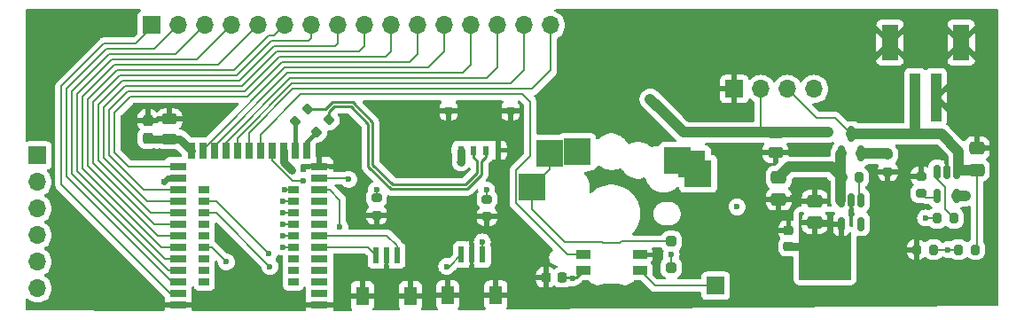
<source format=gbl>
G04 #@! TF.GenerationSoftware,KiCad,Pcbnew,8.0.1*
G04 #@! TF.CreationDate,2024-04-21T21:17:43-05:00*
G04 #@! TF.ProjectId,uC_test_PCB,75435f74-6573-4745-9f50-43422e6b6963,rev?*
G04 #@! TF.SameCoordinates,Original*
G04 #@! TF.FileFunction,Copper,L4,Bot*
G04 #@! TF.FilePolarity,Positive*
%FSLAX46Y46*%
G04 Gerber Fmt 4.6, Leading zero omitted, Abs format (unit mm)*
G04 Created by KiCad (PCBNEW 8.0.1) date 2024-04-21 21:17:43*
%MOMM*%
%LPD*%
G01*
G04 APERTURE LIST*
G04 Aperture macros list*
%AMRoundRect*
0 Rectangle with rounded corners*
0 $1 Rounding radius*
0 $2 $3 $4 $5 $6 $7 $8 $9 X,Y pos of 4 corners*
0 Add a 4 corners polygon primitive as box body*
4,1,4,$2,$3,$4,$5,$6,$7,$8,$9,$2,$3,0*
0 Add four circle primitives for the rounded corners*
1,1,$1+$1,$2,$3*
1,1,$1+$1,$4,$5*
1,1,$1+$1,$6,$7*
1,1,$1+$1,$8,$9*
0 Add four rect primitives between the rounded corners*
20,1,$1+$1,$2,$3,$4,$5,0*
20,1,$1+$1,$4,$5,$6,$7,0*
20,1,$1+$1,$6,$7,$8,$9,0*
20,1,$1+$1,$8,$9,$2,$3,0*%
G04 Aperture macros list end*
G04 #@! TA.AperFunction,SMDPad,CuDef*
%ADD10R,2.600000X2.600000*%
G04 #@! TD*
G04 #@! TA.AperFunction,SMDPad,CuDef*
%ADD11R,2.550000X2.500000*%
G04 #@! TD*
G04 #@! TA.AperFunction,SMDPad,CuDef*
%ADD12RoundRect,0.082000X-0.618000X0.328000X-0.618000X-0.328000X0.618000X-0.328000X0.618000X0.328000X0*%
G04 #@! TD*
G04 #@! TA.AperFunction,ComponentPad*
%ADD13R,1.700000X1.700000*%
G04 #@! TD*
G04 #@! TA.AperFunction,ComponentPad*
%ADD14O,1.700000X1.700000*%
G04 #@! TD*
G04 #@! TA.AperFunction,SMDPad,CuDef*
%ADD15R,1.600000X0.800000*%
G04 #@! TD*
G04 #@! TA.AperFunction,SMDPad,CuDef*
%ADD16R,1.000000X0.700000*%
G04 #@! TD*
G04 #@! TA.AperFunction,SMDPad,CuDef*
%ADD17R,0.800000X1.600000*%
G04 #@! TD*
G04 #@! TA.AperFunction,SMDPad,CuDef*
%ADD18R,0.600000X0.850000*%
G04 #@! TD*
G04 #@! TA.AperFunction,SMDPad,CuDef*
%ADD19R,0.700000X0.800000*%
G04 #@! TD*
G04 #@! TA.AperFunction,SMDPad,CuDef*
%ADD20R,0.609600X1.549400*%
G04 #@! TD*
G04 #@! TA.AperFunction,SMDPad,CuDef*
%ADD21R,1.193800X1.803400*%
G04 #@! TD*
G04 #@! TA.AperFunction,SMDPad,CuDef*
%ADD22RoundRect,0.150000X-0.150000X0.512500X-0.150000X-0.512500X0.150000X-0.512500X0.150000X0.512500X0*%
G04 #@! TD*
G04 #@! TA.AperFunction,SMDPad,CuDef*
%ADD23RoundRect,0.200000X0.200000X0.275000X-0.200000X0.275000X-0.200000X-0.275000X0.200000X-0.275000X0*%
G04 #@! TD*
G04 #@! TA.AperFunction,SMDPad,CuDef*
%ADD24RoundRect,0.250000X0.250000X-0.250000X0.250000X0.250000X-0.250000X0.250000X-0.250000X-0.250000X0*%
G04 #@! TD*
G04 #@! TA.AperFunction,SMDPad,CuDef*
%ADD25RoundRect,0.225000X0.225000X0.250000X-0.225000X0.250000X-0.225000X-0.250000X0.225000X-0.250000X0*%
G04 #@! TD*
G04 #@! TA.AperFunction,SMDPad,CuDef*
%ADD26RoundRect,0.200000X0.275000X-0.200000X0.275000X0.200000X-0.275000X0.200000X-0.275000X-0.200000X0*%
G04 #@! TD*
G04 #@! TA.AperFunction,SMDPad,CuDef*
%ADD27RoundRect,0.250000X0.475000X-0.250000X0.475000X0.250000X-0.475000X0.250000X-0.475000X-0.250000X0*%
G04 #@! TD*
G04 #@! TA.AperFunction,SMDPad,CuDef*
%ADD28RoundRect,0.250000X-0.475000X0.250000X-0.475000X-0.250000X0.475000X-0.250000X0.475000X0.250000X0*%
G04 #@! TD*
G04 #@! TA.AperFunction,SMDPad,CuDef*
%ADD29RoundRect,0.250000X-0.475000X0.337500X-0.475000X-0.337500X0.475000X-0.337500X0.475000X0.337500X0*%
G04 #@! TD*
G04 #@! TA.AperFunction,SMDPad,CuDef*
%ADD30RoundRect,0.200000X-0.275000X0.200000X-0.275000X-0.200000X0.275000X-0.200000X0.275000X0.200000X0*%
G04 #@! TD*
G04 #@! TA.AperFunction,SMDPad,CuDef*
%ADD31RoundRect,0.200000X0.053033X-0.335876X0.335876X-0.053033X-0.053033X0.335876X-0.335876X0.053033X0*%
G04 #@! TD*
G04 #@! TA.AperFunction,SMDPad,CuDef*
%ADD32RoundRect,0.237500X-0.237500X0.300000X-0.237500X-0.300000X0.237500X-0.300000X0.237500X0.300000X0*%
G04 #@! TD*
G04 #@! TA.AperFunction,SMDPad,CuDef*
%ADD33R,1.000000X4.600000*%
G04 #@! TD*
G04 #@! TA.AperFunction,SMDPad,CuDef*
%ADD34R,1.600000X3.400000*%
G04 #@! TD*
G04 #@! TA.AperFunction,SMDPad,CuDef*
%ADD35RoundRect,0.200000X-0.200000X-0.275000X0.200000X-0.275000X0.200000X0.275000X-0.200000X0.275000X0*%
G04 #@! TD*
G04 #@! TA.AperFunction,SMDPad,CuDef*
%ADD36RoundRect,0.225000X-0.250000X0.225000X-0.250000X-0.225000X0.250000X-0.225000X0.250000X0.225000X0*%
G04 #@! TD*
G04 #@! TA.AperFunction,SMDPad,CuDef*
%ADD37RoundRect,0.225000X0.375000X-0.225000X0.375000X0.225000X-0.375000X0.225000X-0.375000X-0.225000X0*%
G04 #@! TD*
G04 #@! TA.AperFunction,SMDPad,CuDef*
%ADD38RoundRect,0.250000X0.475000X-0.337500X0.475000X0.337500X-0.475000X0.337500X-0.475000X-0.337500X0*%
G04 #@! TD*
G04 #@! TA.AperFunction,SMDPad,CuDef*
%ADD39RoundRect,0.150000X0.150000X-0.587500X0.150000X0.587500X-0.150000X0.587500X-0.150000X-0.587500X0*%
G04 #@! TD*
G04 #@! TA.AperFunction,ViaPad*
%ADD40C,0.800100*%
G04 #@! TD*
G04 #@! TA.AperFunction,ViaPad*
%ADD41C,0.600000*%
G04 #@! TD*
G04 #@! TA.AperFunction,Conductor*
%ADD42C,0.200000*%
G04 #@! TD*
G04 #@! TA.AperFunction,Conductor*
%ADD43C,1.000000*%
G04 #@! TD*
G04 #@! TA.AperFunction,Conductor*
%ADD44C,0.150000*%
G04 #@! TD*
G04 #@! TA.AperFunction,Conductor*
%ADD45C,0.275000*%
G04 #@! TD*
G04 #@! TA.AperFunction,Conductor*
%ADD46C,0.130000*%
G04 #@! TD*
G04 #@! TA.AperFunction,Conductor*
%ADD47C,0.400000*%
G04 #@! TD*
G04 #@! TA.AperFunction,Conductor*
%ADD48C,0.800000*%
G04 #@! TD*
G04 #@! TA.AperFunction,Conductor*
%ADD49C,0.600000*%
G04 #@! TD*
G04 #@! TA.AperFunction,Conductor*
%ADD50C,0.254000*%
G04 #@! TD*
G04 APERTURE END LIST*
D10*
X168501481Y-114516268D03*
X167901481Y-113616268D03*
D11*
X166516481Y-113236268D03*
D10*
X156951481Y-112416268D03*
X154351481Y-112566268D03*
D11*
X152666481Y-115776268D03*
D12*
X157526481Y-122265267D03*
X157526481Y-123765267D03*
X162926481Y-123765267D03*
X162926481Y-122265267D03*
D13*
X105410000Y-112776000D03*
D14*
X105410000Y-115316000D03*
X105410000Y-117856000D03*
X105410000Y-120396000D03*
X105410000Y-122936000D03*
X105410000Y-125476000D03*
D13*
X171958000Y-106426000D03*
D14*
X174498000Y-106426000D03*
X177038000Y-106426000D03*
X179578000Y-106426000D03*
D13*
X170180000Y-125222000D03*
D15*
X118841731Y-127030268D03*
X118841731Y-125930168D03*
X118841731Y-124830368D03*
X118841731Y-123730268D03*
X118841731Y-122630268D03*
X118841731Y-121530368D03*
X118841731Y-120430368D03*
X118841731Y-119330268D03*
X118841731Y-118230168D03*
X118841731Y-117130368D03*
X118841731Y-116030268D03*
X118841731Y-114930168D03*
X118841731Y-113830168D03*
D16*
X121341631Y-124830368D03*
X121341631Y-123730268D03*
X121341631Y-122630268D03*
X121341631Y-121530168D03*
X121341631Y-120430368D03*
X121341631Y-119330268D03*
X121341631Y-118230168D03*
X121341631Y-117130368D03*
X121341631Y-116030268D03*
X129841731Y-124830368D03*
X129841731Y-123730268D03*
X129841731Y-122630268D03*
X129841731Y-121530168D03*
X129841731Y-120430368D03*
X129841731Y-119330268D03*
X129841731Y-118230168D03*
X129841731Y-117130368D03*
X129841731Y-116030268D03*
D15*
X132341831Y-127030268D03*
X132341831Y-125930168D03*
X132341831Y-124830368D03*
X132341831Y-123730268D03*
X132341831Y-122630268D03*
X132341831Y-121530368D03*
X132341831Y-120430368D03*
X132341831Y-119330268D03*
X132341831Y-118230168D03*
X132341831Y-117130368D03*
X132341831Y-116030268D03*
X132341831Y-114930168D03*
X132341831Y-113830168D03*
D17*
X131091631Y-112330268D03*
X129991831Y-112330268D03*
X128891731Y-112330268D03*
X127791631Y-112330268D03*
X126691831Y-112330268D03*
X125591831Y-112330268D03*
X124491731Y-112330268D03*
X123391631Y-112330268D03*
X122291831Y-112330268D03*
X121191731Y-112330268D03*
X120091631Y-112330268D03*
D13*
X116332000Y-100330000D03*
D14*
X118872000Y-100330000D03*
X121412000Y-100330000D03*
X123952000Y-100330000D03*
X126492000Y-100330000D03*
X129032000Y-100330000D03*
X131572000Y-100330000D03*
X134112000Y-100330000D03*
X136652000Y-100330000D03*
X139192000Y-100330000D03*
X141732000Y-100330000D03*
X144272000Y-100330000D03*
X146812000Y-100330000D03*
X149352000Y-100330000D03*
X151892000Y-100330000D03*
X154432000Y-100330000D03*
D18*
X145821730Y-112278267D03*
X147021730Y-112278267D03*
X148221730Y-112278267D03*
X149421730Y-112278267D03*
D19*
X144671730Y-108503266D03*
X150571731Y-108503266D03*
D20*
X139731732Y-122312268D03*
X138731731Y-122312268D03*
X137731730Y-122312268D03*
D21*
X141031731Y-126187269D03*
X136431731Y-126187269D03*
D22*
X182178731Y-117033818D03*
X183128731Y-117033818D03*
X184078731Y-117033818D03*
X184078731Y-119308818D03*
X182178731Y-119308818D03*
D23*
X194994800Y-121767600D03*
X193344800Y-121767600D03*
D24*
X165937231Y-123480268D03*
X165937231Y-120980268D03*
D25*
X155508731Y-124412268D03*
X153958731Y-124412268D03*
D20*
X147888181Y-122245718D03*
X146888180Y-122245718D03*
X145888179Y-122245718D03*
D21*
X149188180Y-126120719D03*
X144588180Y-126120719D03*
D26*
X189785731Y-116386268D03*
X189785731Y-114736268D03*
D27*
X175891931Y-112484468D03*
X175891931Y-110584468D03*
D28*
X118005331Y-109289068D03*
X118005331Y-111189068D03*
D29*
X195119731Y-112071768D03*
X195119731Y-114146768D03*
D22*
X191309731Y-114326768D03*
X192259731Y-114326768D03*
X193209731Y-114326768D03*
X193209731Y-116601768D03*
X191309731Y-116601768D03*
D30*
X148332931Y-116944668D03*
X148332931Y-118594668D03*
X137791931Y-116818668D03*
X137791931Y-118468668D03*
D31*
X132052368Y-110517631D03*
X133219094Y-109350905D03*
X130020368Y-109501631D03*
X131187094Y-108334905D03*
D32*
X115947931Y-109401968D03*
X115947931Y-111126968D03*
D33*
X191220600Y-107205000D03*
X189220600Y-107205000D03*
D34*
X193620600Y-102005000D03*
X186820600Y-102005000D03*
D35*
X191310731Y-118773468D03*
X192960731Y-118773468D03*
D36*
X177136531Y-119928868D03*
X177136531Y-121478868D03*
D30*
X186610731Y-112665268D03*
X186610731Y-114315268D03*
D37*
X178609731Y-113870268D03*
X178609731Y-110570268D03*
D23*
X190994800Y-121767600D03*
X189344800Y-121767600D03*
D29*
X179628731Y-117133818D03*
X179628731Y-119208818D03*
D38*
X176196731Y-116940768D03*
X176196731Y-114865768D03*
D35*
X182229731Y-114887268D03*
X183879731Y-114887268D03*
D39*
X184065731Y-112601268D03*
X182165731Y-112601268D03*
X183115731Y-110726268D03*
D40*
X129663931Y-114150668D03*
D41*
X123444000Y-122936000D03*
X128825731Y-120424468D03*
X117522731Y-115242868D03*
X127606531Y-123370868D03*
X190217531Y-118748068D03*
X128800331Y-121516668D03*
D40*
X180895731Y-110569268D03*
D41*
X128851131Y-117122468D03*
X192344800Y-121767600D03*
X135124931Y-115053868D03*
X165414431Y-108905568D03*
X148307531Y-116081068D03*
X144497531Y-123370868D03*
X184959731Y-112601268D03*
X128825731Y-119306868D03*
X163903131Y-107394268D03*
X137791931Y-116030268D03*
X164614331Y-108080068D03*
X134286731Y-119637068D03*
X130781531Y-115166668D03*
X128851131Y-118214668D03*
X166265331Y-109731068D03*
D40*
X145869131Y-113388668D03*
X194027531Y-116639868D03*
D41*
X172221731Y-117681268D03*
X129003531Y-116030268D03*
X147888181Y-121021118D03*
X165937231Y-122253268D03*
X127525082Y-122156918D03*
X116836931Y-111229668D03*
X156549731Y-124480268D03*
X182128731Y-120671318D03*
X181128731Y-120671318D03*
X180128731Y-123671318D03*
X181128731Y-122671318D03*
X182128731Y-121671318D03*
X180128731Y-121671318D03*
X179117731Y-123618268D03*
X180128731Y-122671318D03*
X181128731Y-123671318D03*
X182128731Y-123671318D03*
X179117731Y-122618268D03*
X179117731Y-120618268D03*
X180128731Y-120671318D03*
X181128731Y-119471418D03*
X181128731Y-121671318D03*
X119092631Y-111331268D03*
X120091631Y-112330268D03*
X179117731Y-121618268D03*
X182128731Y-122671318D03*
X116379731Y-112601268D03*
X177546000Y-116840000D03*
X119605531Y-109324668D03*
X114601731Y-110137468D03*
X114652531Y-110950268D03*
X173990000Y-117348000D03*
X118132331Y-112499668D03*
X115566931Y-112575868D03*
X176022000Y-118364000D03*
X114652531Y-111763068D03*
X114652531Y-112601268D03*
X164592000Y-122174000D03*
X119554731Y-108461068D03*
X117294131Y-112550468D03*
X183134000Y-118364000D03*
X119630931Y-110213668D03*
X114601731Y-109324668D03*
X114601731Y-108511868D03*
D42*
X118841731Y-118230168D02*
X116198168Y-118230168D01*
X195119731Y-121642669D02*
X195119731Y-120241768D01*
X194994800Y-121767600D02*
X195119731Y-121642669D01*
X195119731Y-120241768D02*
X195119731Y-114146768D01*
D43*
X189230000Y-110726268D02*
X189230000Y-107214400D01*
X189230000Y-110726268D02*
X191752268Y-110726268D01*
X183115731Y-110726268D02*
X189230000Y-110726268D01*
X189230000Y-107214400D02*
X189220600Y-107205000D01*
D42*
X174498000Y-106426000D02*
X174498000Y-110570268D01*
D44*
X129003531Y-116030268D02*
X129841731Y-116030268D01*
X128866631Y-118230168D02*
X128851131Y-118214668D01*
D45*
X139156473Y-115977268D02*
X146434989Y-115977268D01*
D44*
X112776000Y-108712000D02*
X114300000Y-107188000D01*
D45*
X133219094Y-108619162D02*
X133734988Y-108103268D01*
D42*
X113284000Y-105156000D02*
X124460000Y-105156000D01*
D46*
X123444000Y-122936000D02*
X122038168Y-121530168D01*
D42*
X132403281Y-120368918D02*
X132341831Y-120430368D01*
X192062931Y-115767468D02*
X192062931Y-117872468D01*
X109728000Y-107188000D02*
X112776000Y-104140000D01*
X108712000Y-106680000D02*
X112268000Y-103124000D01*
X156024080Y-122265267D02*
X151088281Y-117329468D01*
D47*
X130020368Y-109501631D02*
X130020368Y-112301731D01*
D43*
X184959731Y-112601268D02*
X186546731Y-112601268D01*
D45*
X135346473Y-108103268D02*
X137006731Y-109763526D01*
D42*
X109728000Y-114046000D02*
X109728000Y-107188000D01*
D48*
X145869131Y-112325668D02*
X145821730Y-112278267D01*
D44*
X129841731Y-119330268D02*
X128849131Y-119330268D01*
D42*
X154351481Y-112566268D02*
X154351481Y-114091268D01*
X117550268Y-122630268D02*
X109220000Y-114300000D01*
X118841731Y-125930168D02*
X118056168Y-125930168D01*
X144272000Y-102870000D02*
X144272000Y-100330000D01*
D47*
X131091631Y-111478368D02*
X132052368Y-110517631D01*
D42*
X152447731Y-107648268D02*
X151733463Y-106934000D01*
X190201831Y-116764368D02*
X189848731Y-116411268D01*
X191050731Y-118960268D02*
X191250731Y-118760268D01*
D46*
X129734953Y-115166668D02*
X127791631Y-113223346D01*
D44*
X128859031Y-117130368D02*
X128851131Y-117122468D01*
D42*
X115522268Y-116030268D02*
X112268000Y-112776000D01*
X120650000Y-103632000D02*
X123952000Y-100330000D01*
D44*
X148307531Y-116081068D02*
X148307531Y-116919268D01*
D42*
X113030000Y-104648000D02*
X124206000Y-104648000D01*
X125591831Y-112330268D02*
X125591831Y-110628169D01*
X125591831Y-110628169D02*
X129794000Y-106426000D01*
X167901481Y-113582018D02*
X167901481Y-113616268D01*
D45*
X146268473Y-115575268D02*
X147420730Y-114423011D01*
D43*
X193247831Y-116639868D02*
X193209731Y-116601768D01*
D42*
X111760000Y-108204000D02*
X113792000Y-106172000D01*
D46*
X152666481Y-117910756D02*
X155762809Y-121007084D01*
D44*
X129841731Y-118230168D02*
X128866631Y-118230168D01*
D42*
X124491731Y-112330268D02*
X124491731Y-111093269D01*
X181864000Y-109474537D02*
X183115731Y-110726268D01*
D45*
X137408731Y-109597010D02*
X137408731Y-113661010D01*
D42*
X138684000Y-103378000D02*
X139192000Y-102870000D01*
D44*
X139731732Y-121387568D02*
X138774532Y-120430368D01*
D43*
X191752268Y-110726268D02*
X193389731Y-112363731D01*
D42*
X128016000Y-101346000D02*
X129032000Y-100330000D01*
D44*
X134286731Y-119637068D02*
X134286731Y-117025168D01*
D42*
X191259731Y-116814368D02*
X191309731Y-116764368D01*
D46*
X159420548Y-121144742D02*
X161032382Y-121144742D01*
D43*
X163903131Y-107394268D02*
X163928531Y-107394268D01*
D44*
X135124931Y-115053868D02*
X135001231Y-114930168D01*
D42*
X165937231Y-122253268D02*
X165937231Y-123480268D01*
D44*
X114084168Y-113830168D02*
X112776000Y-112522000D01*
D42*
X164383214Y-125222000D02*
X170180000Y-125222000D01*
X111760000Y-102108000D02*
X114808000Y-102108000D01*
D46*
X161032382Y-121144742D02*
X161196856Y-120980268D01*
D42*
X177038000Y-106426000D02*
X179832000Y-109220000D01*
D44*
X134286731Y-117025168D02*
X133291831Y-116030268D01*
D48*
X128891731Y-112330268D02*
X128891731Y-113378468D01*
D42*
X111252000Y-107950000D02*
X113538000Y-105664000D01*
X116332000Y-100584000D02*
X116332000Y-100330000D01*
D44*
X126691831Y-111306169D02*
X126691831Y-112330268D01*
D42*
X107696000Y-115570000D02*
X107696000Y-106172000D01*
X123391631Y-112330268D02*
X123391631Y-111558369D01*
D45*
X137006731Y-113827526D02*
X139156473Y-115977268D01*
D44*
X190217531Y-118748068D02*
X191285331Y-118748068D01*
D45*
X139322989Y-115575268D02*
X146268473Y-115575268D01*
D43*
X163928531Y-107394268D02*
X164614331Y-108080068D01*
D44*
X129841731Y-121530168D02*
X128813831Y-121530168D01*
D42*
X118841731Y-123730268D02*
X117888268Y-123730268D01*
X108204000Y-106426000D02*
X112014000Y-102616000D01*
X139192000Y-102870000D02*
X139192000Y-100330000D01*
X110744000Y-113538000D02*
X110744000Y-107696000D01*
X117212368Y-121530368D02*
X109728000Y-114046000D01*
D45*
X148221730Y-112915768D02*
X148221730Y-112278267D01*
D42*
X113538000Y-105664000D02*
X124714000Y-105664000D01*
X131318000Y-101854000D02*
X131572000Y-101600000D01*
X128524000Y-103378000D02*
X138684000Y-103378000D01*
D45*
X135512989Y-107701268D02*
X137408731Y-109597010D01*
D43*
X177192231Y-113870268D02*
X176196731Y-114865768D01*
D42*
X124460000Y-105156000D02*
X127762000Y-101854000D01*
X118841731Y-117130368D02*
X115860368Y-117130368D01*
X118841731Y-116030268D02*
X115522268Y-116030268D01*
D48*
X128891731Y-113378468D02*
X129663931Y-114150668D01*
D44*
X148307531Y-116919268D02*
X148332931Y-116944668D01*
D43*
X180894731Y-110570268D02*
X180895731Y-110569268D01*
X194027531Y-116639868D02*
X193247831Y-116639868D01*
X164614331Y-108080068D02*
X164588931Y-108080068D01*
D42*
X166542457Y-112910292D02*
X166542457Y-113210292D01*
X146812000Y-104140000D02*
X146812000Y-100330000D01*
X192344800Y-121767600D02*
X190994800Y-121767600D01*
X110236000Y-113792000D02*
X110236000Y-107442000D01*
X129286000Y-104902000D02*
X146050000Y-104902000D01*
X149352000Y-104394000D02*
X149352000Y-100330000D01*
D47*
X130020368Y-112301731D02*
X129991831Y-112330268D01*
D42*
X142748000Y-104394000D02*
X144272000Y-102870000D01*
D46*
X159282890Y-121007084D02*
X159420548Y-121144742D01*
D42*
X116536268Y-119330268D02*
X110744000Y-113538000D01*
X127762000Y-101854000D02*
X131318000Y-101854000D01*
X112776000Y-104140000D02*
X122682000Y-104140000D01*
X191309731Y-115014268D02*
X191309731Y-114164168D01*
X152447731Y-112863618D02*
X152447731Y-107648268D01*
X112522000Y-103632000D02*
X120650000Y-103632000D01*
X124206000Y-104648000D02*
X127508000Y-101346000D01*
D44*
X133291831Y-116030268D02*
X132341831Y-116030268D01*
D48*
X145869131Y-113388668D02*
X145869131Y-112325668D01*
D42*
X193344800Y-121767600D02*
X192344800Y-121767600D01*
D44*
X139731732Y-122312268D02*
X139731732Y-121387568D01*
D45*
X146434989Y-115977268D02*
X147822730Y-114589527D01*
X133734988Y-108103268D02*
X135346473Y-108103268D01*
D44*
X125476000Y-107188000D02*
X128778000Y-103886000D01*
D42*
X114046000Y-106680000D02*
X125222000Y-106680000D01*
X183879731Y-114887268D02*
X183879731Y-116834818D01*
D44*
X128778000Y-103886000D02*
X140970000Y-103886000D01*
D42*
X118226368Y-124830368D02*
X108204000Y-114808000D01*
X110744000Y-107696000D02*
X113284000Y-105156000D01*
D43*
X193389731Y-114146768D02*
X195119731Y-114146768D01*
D42*
X192062931Y-117872468D02*
X192950731Y-118760268D01*
X122465830Y-118230168D02*
X121341631Y-118230168D01*
X128270000Y-102870000D02*
X136144000Y-102870000D01*
D45*
X133568474Y-107701268D02*
X135512989Y-107701268D01*
X133219094Y-109350905D02*
X133219094Y-108619162D01*
D43*
X182165731Y-112601268D02*
X182125531Y-112641468D01*
D42*
X116874368Y-120430368D02*
X110236000Y-113792000D01*
X115860368Y-117130368D02*
X111760000Y-113030000D01*
D43*
X184065731Y-112601268D02*
X184959731Y-112601268D01*
D42*
X109220000Y-114300000D02*
X109220000Y-106934000D01*
X136652000Y-102362000D02*
X136652000Y-100330000D01*
X154351481Y-114091268D02*
X152666481Y-115776268D01*
D43*
X178609731Y-113870268D02*
X177192231Y-113870268D01*
D42*
X116586000Y-102616000D02*
X118872000Y-100330000D01*
X191309731Y-116764368D02*
X190201831Y-116764368D01*
D44*
X191285331Y-118748068D02*
X191310731Y-118773468D01*
D43*
X178609731Y-110570268D02*
X180894731Y-110570268D01*
D49*
X117835431Y-114930168D02*
X118841731Y-114930168D01*
D45*
X132934837Y-108334905D02*
X133568474Y-107701268D01*
D42*
X151892000Y-104648000D02*
X151892000Y-100330000D01*
X122291831Y-112330268D02*
X122291831Y-111896169D01*
D44*
X118841731Y-113830168D02*
X114084168Y-113830168D01*
D43*
X166265331Y-109731068D02*
X167104531Y-110570268D01*
D47*
X131091631Y-112330268D02*
X131091631Y-111478368D01*
D42*
X121191731Y-112330268D02*
X121191731Y-112234269D01*
X151733463Y-106934000D02*
X130556000Y-106934000D01*
D45*
X147420730Y-114423011D02*
X147420730Y-113314768D01*
D42*
X151088281Y-114223068D02*
X152447731Y-112863618D01*
X110236000Y-107442000D02*
X113030000Y-104648000D01*
D44*
X129841731Y-120430368D02*
X128831631Y-120430368D01*
D42*
X129540000Y-105410000D02*
X148336000Y-105410000D01*
D44*
X117891731Y-113830168D02*
X118841731Y-113830168D01*
D42*
X123391631Y-111558369D02*
X129540000Y-105410000D01*
X154432000Y-104648000D02*
X154432000Y-100330000D01*
X148336000Y-105410000D02*
X149352000Y-104394000D01*
D44*
X137791931Y-116030268D02*
X137791931Y-116818668D01*
D42*
X121191731Y-112234269D02*
X129032000Y-104394000D01*
D43*
X167104531Y-110570268D02*
X171958000Y-110570268D01*
D42*
X118841731Y-120430368D02*
X116874368Y-120430368D01*
X181864000Y-109474000D02*
X181864000Y-109474537D01*
X118841731Y-121530368D02*
X117212368Y-121530368D01*
D44*
X141732000Y-103124000D02*
X141732000Y-100330000D01*
D49*
X117522731Y-115242868D02*
X117835431Y-114930168D01*
D42*
X122682000Y-104140000D02*
X126492000Y-100330000D01*
X122498532Y-117130368D02*
X121341631Y-117130368D01*
X131572000Y-101600000D02*
X131572000Y-100330000D01*
X118056168Y-125930168D02*
X107696000Y-115570000D01*
D43*
X174498000Y-110570268D02*
X178609731Y-110570268D01*
D42*
X126691831Y-110798169D02*
X126691831Y-112330268D01*
X128016000Y-102362000D02*
X133858000Y-102362000D01*
D43*
X186546731Y-112601268D02*
X186610731Y-112665268D01*
D46*
X155762809Y-121007084D02*
X159282890Y-121007084D01*
D42*
X108204000Y-114808000D02*
X108204000Y-106426000D01*
D46*
X152666481Y-115776268D02*
X152666481Y-117910756D01*
D42*
X112014000Y-102616000D02*
X116586000Y-102616000D01*
X130119831Y-112202268D02*
X129991831Y-112330268D01*
X112268000Y-108458000D02*
X114046000Y-106680000D01*
X181610000Y-109220000D02*
X181864000Y-109474000D01*
X109220000Y-106934000D02*
X112522000Y-103632000D01*
X117888268Y-123730268D02*
X108712000Y-114554000D01*
D45*
X147822730Y-114589527D02*
X147822730Y-113314768D01*
D46*
X122038168Y-121530168D02*
X121341631Y-121530168D01*
D42*
X112268000Y-112776000D02*
X112268000Y-108458000D01*
D43*
X182125531Y-112641468D02*
X182125531Y-117033818D01*
D42*
X116198168Y-118230168D02*
X111252000Y-113284000D01*
D44*
X144497531Y-123370868D02*
X144763029Y-123370868D01*
D43*
X193389731Y-112363731D02*
X193389731Y-114146768D01*
D44*
X128831631Y-120430368D02*
X128825731Y-120424468D01*
D42*
X111252000Y-113284000D02*
X111252000Y-107950000D01*
X179832000Y-109220000D02*
X181610000Y-109220000D01*
X127525082Y-122156918D02*
X122498532Y-117130368D01*
D43*
X164588931Y-108080068D02*
X163903131Y-107394268D01*
D42*
X133858000Y-102362000D02*
X134112000Y-102108000D01*
X151088281Y-117329468D02*
X151088281Y-114223068D01*
D46*
X127791631Y-113223346D02*
X127791631Y-112330268D01*
D42*
X150622000Y-105918000D02*
X151892000Y-104648000D01*
D45*
X147822730Y-113314768D02*
X148221730Y-112915768D01*
D42*
X125222000Y-106680000D02*
X128524000Y-103378000D01*
X107696000Y-106172000D02*
X111760000Y-102108000D01*
X192062931Y-115767468D02*
X191309731Y-115014268D01*
D45*
X137006731Y-109763526D02*
X137006731Y-113827526D01*
D42*
X130556000Y-106934000D02*
X126691831Y-110798169D01*
X127508000Y-101346000D02*
X128016000Y-101346000D01*
X162926481Y-123765267D02*
X164383214Y-125222000D01*
X118841731Y-122630268D02*
X117550268Y-122630268D01*
X152654000Y-106426000D02*
X154432000Y-104648000D01*
X124968000Y-106172000D02*
X128270000Y-102870000D01*
X136144000Y-102870000D02*
X136652000Y-102362000D01*
X112268000Y-103124000D02*
X118618000Y-103124000D01*
X108712000Y-114554000D02*
X108712000Y-106680000D01*
D44*
X128813831Y-121530168D02*
X128800331Y-121516668D01*
X137731730Y-122312268D02*
X136949830Y-121530368D01*
D42*
X118618000Y-103124000D02*
X121412000Y-100330000D01*
D44*
X138774532Y-120430368D02*
X132341831Y-120430368D01*
X128849131Y-119330268D02*
X128825731Y-119306868D01*
D42*
X132341831Y-120430368D02*
X132407281Y-120364918D01*
X122291831Y-111896169D02*
X129286000Y-104902000D01*
X183879731Y-116834818D02*
X184078731Y-117033818D01*
X157526481Y-122265267D02*
X156024080Y-122265267D01*
X118841731Y-119330268D02*
X116536268Y-119330268D01*
D44*
X144763029Y-123370868D02*
X145888179Y-122245718D01*
D43*
X181212731Y-113870268D02*
X182229731Y-114887268D01*
D45*
X147021730Y-112915768D02*
X147021730Y-112278267D01*
X147420730Y-113314768D02*
X147021730Y-112915768D01*
X131187094Y-108334905D02*
X132934837Y-108334905D01*
D44*
X129841731Y-117130368D02*
X128859031Y-117130368D01*
D42*
X118841731Y-124830368D02*
X118226368Y-124830368D01*
X129032000Y-104394000D02*
X142748000Y-104394000D01*
X129794000Y-106426000D02*
X152654000Y-106426000D01*
X127606531Y-123370868D02*
X122465830Y-118230168D01*
D44*
X147888181Y-121021118D02*
X147888181Y-122245718D01*
D42*
X129667000Y-105918000D02*
X150622000Y-105918000D01*
D43*
X171958000Y-110570268D02*
X174498000Y-110570268D01*
X164614331Y-108080068D02*
X166265331Y-109731068D01*
D44*
X112776000Y-112522000D02*
X112776000Y-108712000D01*
X136949830Y-121530368D02*
X132341831Y-121530368D01*
D42*
X124491731Y-111093269D02*
X129667000Y-105918000D01*
D44*
X140970000Y-103886000D02*
X141732000Y-103124000D01*
D42*
X146050000Y-104902000D02*
X146812000Y-104140000D01*
D46*
X130781531Y-115166668D02*
X129734953Y-115166668D01*
X161196856Y-120980268D02*
X165937231Y-120980268D01*
D45*
X137408731Y-113661010D02*
X139322989Y-115575268D01*
D44*
X135001231Y-114930168D02*
X132341831Y-114930168D01*
D42*
X124714000Y-105664000D02*
X128016000Y-102362000D01*
X111760000Y-113030000D02*
X111760000Y-108204000D01*
X114808000Y-102108000D02*
X116332000Y-100584000D01*
D44*
X114300000Y-107188000D02*
X125476000Y-107188000D01*
D43*
X178609731Y-113870268D02*
X181212731Y-113870268D01*
D42*
X134112000Y-102108000D02*
X134112000Y-100330000D01*
X113792000Y-106172000D02*
X124968000Y-106172000D01*
D50*
X179978831Y-119471418D02*
X179628731Y-119121318D01*
X181628731Y-119471418D02*
X181128731Y-119471418D01*
X156879480Y-124412268D02*
X157526481Y-123765267D01*
D48*
X116877531Y-111189068D02*
X116836931Y-111229668D01*
D50*
X156617731Y-124412268D02*
X156879480Y-124412268D01*
D48*
X119092631Y-111331268D02*
X120091631Y-112330268D01*
D50*
X155508731Y-124412268D02*
X156481731Y-124412268D01*
D48*
X116836931Y-111229668D02*
X116796331Y-111189068D01*
X177136531Y-121478868D02*
X178978331Y-121478868D01*
X116796331Y-111189068D02*
X116139831Y-111189068D01*
D50*
X180628731Y-119471418D02*
X179978831Y-119471418D01*
X156481731Y-124412268D02*
X156549731Y-124480268D01*
X156549731Y-124480268D02*
X156617731Y-124412268D01*
D48*
X178978331Y-121478868D02*
X179117731Y-121618268D01*
X118950431Y-111189068D02*
X116877531Y-111189068D01*
X119092631Y-111331268D02*
X118950431Y-111189068D01*
D50*
X181128731Y-119471418D02*
X180628731Y-119471418D01*
X182178731Y-119471418D02*
X181628731Y-119471418D01*
G04 #@! TA.AperFunction,Conductor*
G36*
X115256730Y-98818185D02*
G01*
X115302485Y-98870989D01*
X115312429Y-98940147D01*
X115283404Y-99003703D01*
X115246151Y-99029567D01*
X115247454Y-99031953D01*
X115239664Y-99036206D01*
X115124455Y-99122452D01*
X115124452Y-99122455D01*
X115038206Y-99237664D01*
X115038202Y-99237671D01*
X114987908Y-99372517D01*
X114981501Y-99432116D01*
X114981500Y-99432135D01*
X114981500Y-101033902D01*
X114961815Y-101100941D01*
X114945181Y-101121583D01*
X114595584Y-101471181D01*
X114534261Y-101504666D01*
X114507903Y-101507500D01*
X111846669Y-101507500D01*
X111846653Y-101507499D01*
X111839057Y-101507499D01*
X111680943Y-101507499D01*
X111573587Y-101536265D01*
X111528210Y-101548424D01*
X111528209Y-101548425D01*
X111478096Y-101577359D01*
X111478095Y-101577360D01*
X111434689Y-101602420D01*
X111391285Y-101627479D01*
X111391282Y-101627481D01*
X107215481Y-105803282D01*
X107215479Y-105803285D01*
X107165361Y-105890094D01*
X107165359Y-105890096D01*
X107136425Y-105940209D01*
X107136424Y-105940210D01*
X107136423Y-105940215D01*
X107095499Y-106092943D01*
X107095499Y-106092945D01*
X107095499Y-106261046D01*
X107095500Y-106261059D01*
X107095500Y-115483330D01*
X107095499Y-115483348D01*
X107095499Y-115649054D01*
X107095498Y-115649054D01*
X107122836Y-115751078D01*
X107136423Y-115801785D01*
X107149399Y-115824259D01*
X107186247Y-115888082D01*
X107215479Y-115938715D01*
X107334349Y-116057585D01*
X107334355Y-116057590D01*
X117504912Y-126228147D01*
X117538397Y-126289470D01*
X117541231Y-126315826D01*
X117541231Y-126378037D01*
X117541232Y-126378044D01*
X117547639Y-126437647D01*
X117549423Y-126445194D01*
X117548185Y-126445486D01*
X117552605Y-126507293D01*
X117548580Y-126521000D01*
X117548132Y-126522894D01*
X117541731Y-126582423D01*
X117541731Y-126780268D01*
X117793930Y-126780268D01*
X117837263Y-126788086D01*
X117934248Y-126824259D01*
X117934247Y-126824259D01*
X117941175Y-126825003D01*
X117993858Y-126830668D01*
X119689603Y-126830667D01*
X119749214Y-126824259D01*
X119846199Y-126788086D01*
X119889532Y-126780268D01*
X120141731Y-126780268D01*
X120141731Y-126582440D01*
X120141730Y-126582423D01*
X120135329Y-126522895D01*
X120133544Y-126515338D01*
X120135175Y-126514952D01*
X120130857Y-126454571D01*
X120135804Y-126437724D01*
X120135819Y-126437657D01*
X120135822Y-126437651D01*
X120142231Y-126378041D01*
X120142230Y-125482296D01*
X120135822Y-125422685D01*
X120135822Y-125422684D01*
X120135243Y-125417297D01*
X120147650Y-125348538D01*
X120195261Y-125297401D01*
X120262961Y-125280123D01*
X120329254Y-125302189D01*
X120373095Y-125356593D01*
X120374715Y-125360712D01*
X120397832Y-125422694D01*
X120397837Y-125422703D01*
X120484083Y-125537912D01*
X120484086Y-125537915D01*
X120599295Y-125624161D01*
X120599302Y-125624165D01*
X120734148Y-125674459D01*
X120734147Y-125674459D01*
X120741075Y-125675203D01*
X120793758Y-125680868D01*
X121889503Y-125680867D01*
X121949114Y-125674459D01*
X122083962Y-125624164D01*
X122199177Y-125537914D01*
X122285427Y-125422699D01*
X122335722Y-125287851D01*
X122342131Y-125228241D01*
X122342130Y-124432496D01*
X122335722Y-124372885D01*
X122317536Y-124324128D01*
X122317359Y-124323652D01*
X122312373Y-124253960D01*
X122317358Y-124236987D01*
X122335722Y-124187751D01*
X122342131Y-124128141D01*
X122342130Y-123332396D01*
X122335722Y-123272785D01*
X122331725Y-123262068D01*
X122317378Y-123223602D01*
X122312393Y-123153911D01*
X122317378Y-123136933D01*
X122320748Y-123127898D01*
X122335722Y-123087751D01*
X122342131Y-123028141D01*
X122342130Y-122933228D01*
X122361814Y-122866192D01*
X122414617Y-122820436D01*
X122483776Y-122810492D01*
X122547332Y-122839516D01*
X122553811Y-122845549D01*
X122607013Y-122898751D01*
X122640498Y-122960074D01*
X122642552Y-122972548D01*
X122658630Y-123115250D01*
X122658631Y-123115254D01*
X122718211Y-123285523D01*
X122789931Y-123399664D01*
X122814184Y-123438262D01*
X122941738Y-123565816D01*
X123094478Y-123661789D01*
X123248824Y-123715797D01*
X123264745Y-123721368D01*
X123264750Y-123721369D01*
X123443996Y-123741565D01*
X123444000Y-123741565D01*
X123444004Y-123741565D01*
X123623249Y-123721369D01*
X123623252Y-123721368D01*
X123623255Y-123721368D01*
X123793522Y-123661789D01*
X123946262Y-123565816D01*
X124073816Y-123438262D01*
X124169789Y-123285522D01*
X124229368Y-123115255D01*
X124231586Y-123095569D01*
X124249565Y-122936003D01*
X124249565Y-122935996D01*
X124229369Y-122756750D01*
X124229368Y-122756745D01*
X124205636Y-122688922D01*
X124169789Y-122586478D01*
X124169174Y-122585500D01*
X124119497Y-122506439D01*
X124073816Y-122433738D01*
X123946262Y-122306184D01*
X123934388Y-122298723D01*
X123793523Y-122210211D01*
X123623254Y-122150631D01*
X123623250Y-122150630D01*
X123480548Y-122134552D01*
X123416134Y-122107485D01*
X123406751Y-122099013D01*
X122385395Y-121077657D01*
X122385393Y-121077655D01*
X122385390Y-121077653D01*
X122385386Y-121077650D01*
X122377108Y-121072871D01*
X122328893Y-121022304D01*
X122315671Y-120953696D01*
X122322925Y-120922158D01*
X122335722Y-120887851D01*
X122342131Y-120828241D01*
X122342130Y-120032496D01*
X122335722Y-119972885D01*
X122334591Y-119969853D01*
X122317359Y-119923652D01*
X122312373Y-119853960D01*
X122317356Y-119836989D01*
X122335722Y-119787751D01*
X122342131Y-119728141D01*
X122342130Y-119255062D01*
X122361814Y-119188025D01*
X122414618Y-119142270D01*
X122483777Y-119132326D01*
X122547333Y-119161351D01*
X122553811Y-119167383D01*
X126775829Y-123389401D01*
X126809314Y-123450724D01*
X126811368Y-123463198D01*
X126821161Y-123550117D01*
X126880741Y-123720389D01*
X126926456Y-123793143D01*
X126976715Y-123873130D01*
X127104269Y-124000684D01*
X127182125Y-124049604D01*
X127250784Y-124092746D01*
X127257009Y-124096657D01*
X127346994Y-124128144D01*
X127427276Y-124156236D01*
X127427281Y-124156237D01*
X127606527Y-124176433D01*
X127606531Y-124176433D01*
X127606535Y-124176433D01*
X127785780Y-124156237D01*
X127785783Y-124156236D01*
X127785786Y-124156236D01*
X127956053Y-124096657D01*
X128108793Y-124000684D01*
X128236347Y-123873130D01*
X128332320Y-123720390D01*
X128391899Y-123550123D01*
X128394080Y-123530765D01*
X128412096Y-123370871D01*
X128412096Y-123370864D01*
X128391900Y-123191618D01*
X128391899Y-123191613D01*
X128387929Y-123180268D01*
X128332320Y-123021346D01*
X128328500Y-123015267D01*
X128273953Y-122928455D01*
X128236347Y-122868606D01*
X128175438Y-122807697D01*
X128141953Y-122746374D01*
X128146937Y-122676682D01*
X128158125Y-122654044D01*
X128168485Y-122637556D01*
X128250871Y-122506440D01*
X128310450Y-122336173D01*
X128310450Y-122336172D01*
X128312750Y-122329600D01*
X128314740Y-122330296D01*
X128343847Y-122278229D01*
X128405499Y-122245355D01*
X128471608Y-122249735D01*
X128621076Y-122302036D01*
X128621080Y-122302037D01*
X128702874Y-122311252D01*
X128731114Y-122314434D01*
X128795528Y-122341500D01*
X128835083Y-122399094D01*
X128841231Y-122437654D01*
X128841231Y-123028138D01*
X128841232Y-123028144D01*
X128847639Y-123087750D01*
X128857896Y-123115249D01*
X128865983Y-123136933D01*
X128865984Y-123136934D01*
X128870968Y-123206626D01*
X128865984Y-123223599D01*
X128847640Y-123272782D01*
X128847639Y-123272784D01*
X128841564Y-123329296D01*
X128841232Y-123332391D01*
X128841231Y-123332403D01*
X128841231Y-124128138D01*
X128841232Y-124128144D01*
X128847639Y-124187750D01*
X128866003Y-124236987D01*
X128870986Y-124306678D01*
X128866003Y-124323649D01*
X128847639Y-124372885D01*
X128841232Y-124432484D01*
X128841232Y-124432491D01*
X128841231Y-124432503D01*
X128841231Y-125228238D01*
X128841232Y-125228244D01*
X128847639Y-125287851D01*
X128897933Y-125422696D01*
X128897937Y-125422703D01*
X128984183Y-125537912D01*
X128984186Y-125537915D01*
X129099395Y-125624161D01*
X129099402Y-125624165D01*
X129234248Y-125674459D01*
X129234247Y-125674459D01*
X129241175Y-125675203D01*
X129293858Y-125680868D01*
X130389603Y-125680867D01*
X130449214Y-125674459D01*
X130584062Y-125624164D01*
X130699277Y-125537914D01*
X130785527Y-125422699D01*
X130789468Y-125412133D01*
X130808929Y-125359956D01*
X130850800Y-125304022D01*
X130916264Y-125279604D01*
X130984537Y-125294455D01*
X131033943Y-125343860D01*
X131048795Y-125412133D01*
X131048401Y-125416543D01*
X131047740Y-125422682D01*
X131047740Y-125422685D01*
X131041331Y-125482295D01*
X131041331Y-125482302D01*
X131041331Y-125482303D01*
X131041331Y-126378038D01*
X131041332Y-126378044D01*
X131047739Y-126437647D01*
X131049523Y-126445194D01*
X131048285Y-126445486D01*
X131052705Y-126507293D01*
X131048680Y-126521000D01*
X131048232Y-126522894D01*
X131041831Y-126582423D01*
X131041831Y-126780268D01*
X131294030Y-126780268D01*
X131337363Y-126788086D01*
X131434348Y-126824259D01*
X131434347Y-126824259D01*
X131441275Y-126825003D01*
X131493958Y-126830668D01*
X133189703Y-126830667D01*
X133249314Y-126824259D01*
X133346299Y-126788086D01*
X133389632Y-126780268D01*
X133641831Y-126780268D01*
X133641831Y-126582440D01*
X133641830Y-126582423D01*
X133635429Y-126522895D01*
X133633644Y-126515338D01*
X133635275Y-126514952D01*
X133630957Y-126454571D01*
X133635904Y-126437724D01*
X133635919Y-126437657D01*
X133635922Y-126437651D01*
X133642331Y-126378041D01*
X133642331Y-125937269D01*
X135334831Y-125937269D01*
X136181731Y-125937269D01*
X136181731Y-124785569D01*
X136681731Y-124785569D01*
X136681731Y-125937269D01*
X137528631Y-125937269D01*
X139934831Y-125937269D01*
X140781731Y-125937269D01*
X140781731Y-124785569D01*
X141281731Y-124785569D01*
X141281731Y-125937269D01*
X142128631Y-125937269D01*
X142128631Y-125870719D01*
X143491280Y-125870719D01*
X144338180Y-125870719D01*
X144338180Y-124719019D01*
X144838180Y-124719019D01*
X144838180Y-125870719D01*
X145685080Y-125870719D01*
X148091280Y-125870719D01*
X148938180Y-125870719D01*
X148938180Y-124719019D01*
X149438180Y-124719019D01*
X149438180Y-125870719D01*
X150285080Y-125870719D01*
X150285080Y-125171191D01*
X150285079Y-125171174D01*
X150278678Y-125111646D01*
X150278676Y-125111639D01*
X150228434Y-124976932D01*
X150228430Y-124976925D01*
X150142270Y-124861831D01*
X150142267Y-124861828D01*
X150027173Y-124775668D01*
X150027166Y-124775664D01*
X149892459Y-124725422D01*
X149892452Y-124725420D01*
X149832924Y-124719019D01*
X149438180Y-124719019D01*
X148938180Y-124719019D01*
X148543435Y-124719019D01*
X148483907Y-124725420D01*
X148483900Y-124725422D01*
X148349193Y-124775664D01*
X148349186Y-124775668D01*
X148234092Y-124861828D01*
X148234089Y-124861831D01*
X148147929Y-124976925D01*
X148147925Y-124976932D01*
X148097683Y-125111639D01*
X148097681Y-125111646D01*
X148091280Y-125171174D01*
X148091280Y-125870719D01*
X145685080Y-125870719D01*
X145685080Y-125171191D01*
X145685079Y-125171174D01*
X145678678Y-125111646D01*
X145678676Y-125111639D01*
X145628434Y-124976932D01*
X145628430Y-124976925D01*
X145542270Y-124861831D01*
X145542267Y-124861828D01*
X145427173Y-124775668D01*
X145427166Y-124775664D01*
X145292459Y-124725422D01*
X145292452Y-124725420D01*
X145232924Y-124719019D01*
X144838180Y-124719019D01*
X144338180Y-124719019D01*
X143943435Y-124719019D01*
X143883907Y-124725420D01*
X143883900Y-124725422D01*
X143749193Y-124775664D01*
X143749186Y-124775668D01*
X143634092Y-124861828D01*
X143634089Y-124861831D01*
X143547929Y-124976925D01*
X143547925Y-124976932D01*
X143497683Y-125111639D01*
X143497681Y-125111646D01*
X143491280Y-125171174D01*
X143491280Y-125870719D01*
X142128631Y-125870719D01*
X142128631Y-125237741D01*
X142128630Y-125237724D01*
X142122229Y-125178196D01*
X142122227Y-125178189D01*
X142071985Y-125043482D01*
X142071981Y-125043475D01*
X141985821Y-124928381D01*
X141985818Y-124928378D01*
X141870724Y-124842218D01*
X141870717Y-124842214D01*
X141736010Y-124791972D01*
X141736003Y-124791970D01*
X141676475Y-124785569D01*
X141281731Y-124785569D01*
X140781731Y-124785569D01*
X140386986Y-124785569D01*
X140327458Y-124791970D01*
X140327451Y-124791972D01*
X140192744Y-124842214D01*
X140192737Y-124842218D01*
X140077643Y-124928378D01*
X140077640Y-124928381D01*
X139991480Y-125043475D01*
X139991476Y-125043482D01*
X139941234Y-125178189D01*
X139941232Y-125178196D01*
X139934831Y-125237724D01*
X139934831Y-125937269D01*
X137528631Y-125937269D01*
X137528631Y-125237741D01*
X137528630Y-125237724D01*
X137522229Y-125178196D01*
X137522227Y-125178189D01*
X137471985Y-125043482D01*
X137471981Y-125043475D01*
X137385821Y-124928381D01*
X137385818Y-124928378D01*
X137270724Y-124842218D01*
X137270717Y-124842214D01*
X137136010Y-124791972D01*
X137136003Y-124791970D01*
X137076475Y-124785569D01*
X136681731Y-124785569D01*
X136181731Y-124785569D01*
X135786986Y-124785569D01*
X135727458Y-124791970D01*
X135727451Y-124791972D01*
X135592744Y-124842214D01*
X135592737Y-124842218D01*
X135477643Y-124928378D01*
X135477640Y-124928381D01*
X135391480Y-125043475D01*
X135391476Y-125043482D01*
X135341234Y-125178189D01*
X135341232Y-125178196D01*
X135334831Y-125237724D01*
X135334831Y-125937269D01*
X133642331Y-125937269D01*
X133642330Y-125482296D01*
X133635922Y-125422685D01*
X133635922Y-125422684D01*
X133634138Y-125415134D01*
X133635634Y-125414780D01*
X133631277Y-125353915D01*
X133635621Y-125339122D01*
X133635919Y-125337857D01*
X133635922Y-125337851D01*
X133642331Y-125278241D01*
X133642330Y-124662268D01*
X153008732Y-124662268D01*
X153008732Y-124710590D01*
X153018875Y-124809875D01*
X153072183Y-124970749D01*
X153072188Y-124970760D01*
X153161155Y-125114996D01*
X153161158Y-125115000D01*
X153280998Y-125234840D01*
X153281002Y-125234843D01*
X153425238Y-125323810D01*
X153425249Y-125323815D01*
X153586124Y-125377123D01*
X153685414Y-125387267D01*
X153708731Y-125387266D01*
X153708731Y-124662268D01*
X153008732Y-124662268D01*
X133642330Y-124662268D01*
X133642330Y-124382496D01*
X133636054Y-124324116D01*
X133635922Y-124322884D01*
X133634138Y-124315334D01*
X133635589Y-124314991D01*
X133631221Y-124253966D01*
X133635670Y-124238814D01*
X133635919Y-124237757D01*
X133635922Y-124237751D01*
X133642331Y-124178141D01*
X133642330Y-123282396D01*
X133635922Y-123222785D01*
X133635921Y-123222783D01*
X133635921Y-123222780D01*
X133634139Y-123215237D01*
X133635604Y-123214890D01*
X133631240Y-123153919D01*
X133635650Y-123138901D01*
X133635920Y-123137756D01*
X133635922Y-123137751D01*
X133642331Y-123078141D01*
X133642330Y-122229867D01*
X133662014Y-122162829D01*
X133714818Y-122117074D01*
X133766330Y-122105868D01*
X136660088Y-122105868D01*
X136727127Y-122125553D01*
X136747769Y-122142187D01*
X136890111Y-122284529D01*
X136923596Y-122345852D01*
X136926430Y-122372210D01*
X136926430Y-123134838D01*
X136926431Y-123134844D01*
X136932838Y-123194451D01*
X136983132Y-123329296D01*
X136983136Y-123329303D01*
X137069382Y-123444512D01*
X137069385Y-123444515D01*
X137184594Y-123530761D01*
X137184601Y-123530765D01*
X137229548Y-123547529D01*
X137319447Y-123581059D01*
X137379057Y-123587468D01*
X138084402Y-123587467D01*
X138144013Y-123581059D01*
X138189113Y-123564237D01*
X138258802Y-123559252D01*
X138275781Y-123564238D01*
X138319555Y-123580565D01*
X138319558Y-123580566D01*
X138379086Y-123586967D01*
X138379103Y-123586968D01*
X138481731Y-123586968D01*
X138481731Y-123347903D01*
X138489549Y-123304570D01*
X138530621Y-123194451D01*
X138537030Y-123134841D01*
X138537029Y-122186266D01*
X138556713Y-122119229D01*
X138609517Y-122073474D01*
X138661029Y-122062268D01*
X138802432Y-122062268D01*
X138869471Y-122081953D01*
X138915226Y-122134757D01*
X138926432Y-122186268D01*
X138926432Y-123134838D01*
X138926433Y-123134844D01*
X138932840Y-123194451D01*
X138962057Y-123272784D01*
X138973912Y-123304569D01*
X138973913Y-123304570D01*
X138981731Y-123347903D01*
X138981731Y-123586968D01*
X139084359Y-123586968D01*
X139084375Y-123586967D01*
X139143904Y-123580566D01*
X139187680Y-123564238D01*
X139257371Y-123559252D01*
X139274335Y-123564232D01*
X139319449Y-123581059D01*
X139379059Y-123587468D01*
X140084404Y-123587467D01*
X140144015Y-123581059D01*
X140278863Y-123530764D01*
X140394078Y-123444514D01*
X140449207Y-123370871D01*
X143691966Y-123370871D01*
X143712161Y-123550117D01*
X143712162Y-123550122D01*
X143771742Y-123720391D01*
X143826415Y-123807402D01*
X143867715Y-123873130D01*
X143995269Y-124000684D01*
X144073125Y-124049604D01*
X144141784Y-124092746D01*
X144148009Y-124096657D01*
X144237994Y-124128144D01*
X144318276Y-124156236D01*
X144318281Y-124156237D01*
X144497527Y-124176433D01*
X144497531Y-124176433D01*
X144497535Y-124176433D01*
X144623253Y-124162268D01*
X153008731Y-124162268D01*
X153708731Y-124162268D01*
X153708731Y-123437267D01*
X153685424Y-123437268D01*
X153685405Y-123437269D01*
X153586123Y-123447412D01*
X153425249Y-123500720D01*
X153425238Y-123500725D01*
X153281002Y-123589692D01*
X153280998Y-123589695D01*
X153161158Y-123709535D01*
X153161155Y-123709539D01*
X153072188Y-123853775D01*
X153072183Y-123853786D01*
X153018875Y-124014661D01*
X153008731Y-124113945D01*
X153008731Y-124162268D01*
X144623253Y-124162268D01*
X144676780Y-124156237D01*
X144676783Y-124156236D01*
X144676786Y-124156236D01*
X144847053Y-124096657D01*
X144999793Y-124000684D01*
X145127347Y-123873130D01*
X145139509Y-123853775D01*
X145183350Y-123784001D01*
X145209012Y-123743158D01*
X145226320Y-123721455D01*
X145395457Y-123552318D01*
X145456778Y-123518835D01*
X145496388Y-123516712D01*
X145535506Y-123520918D01*
X146240851Y-123520917D01*
X146300462Y-123514509D01*
X146345562Y-123497687D01*
X146415251Y-123492702D01*
X146432230Y-123497688D01*
X146476004Y-123514015D01*
X146476007Y-123514016D01*
X146535535Y-123520417D01*
X146535552Y-123520418D01*
X146638180Y-123520418D01*
X146638180Y-123281353D01*
X146645998Y-123238020D01*
X146687070Y-123127901D01*
X146693479Y-123068291D01*
X146693478Y-121423146D01*
X146687482Y-121367364D01*
X146687070Y-121363534D01*
X146645998Y-121253415D01*
X146638180Y-121210082D01*
X146638180Y-121021121D01*
X147082616Y-121021121D01*
X147102811Y-121200367D01*
X147102812Y-121200372D01*
X147110923Y-121223550D01*
X147114484Y-121293329D01*
X147110063Y-121307837D01*
X147089290Y-121363532D01*
X147089289Y-121363534D01*
X147083959Y-121413119D01*
X147082882Y-121423141D01*
X147082881Y-121423153D01*
X147082881Y-123068288D01*
X147082882Y-123068294D01*
X147089289Y-123127901D01*
X147114112Y-123194452D01*
X147130361Y-123238019D01*
X147130362Y-123238020D01*
X147138180Y-123281353D01*
X147138180Y-123520418D01*
X147240808Y-123520418D01*
X147240824Y-123520417D01*
X147300353Y-123514016D01*
X147344129Y-123497688D01*
X147413820Y-123492702D01*
X147430784Y-123497682D01*
X147475898Y-123514509D01*
X147535508Y-123520918D01*
X148240853Y-123520917D01*
X148300464Y-123514509D01*
X148435312Y-123464214D01*
X148550527Y-123377964D01*
X148636777Y-123262749D01*
X148687072Y-123127901D01*
X148693481Y-123068291D01*
X148693480Y-121423146D01*
X148687484Y-121367364D01*
X148687072Y-121363534D01*
X148666298Y-121307837D01*
X148661314Y-121238146D01*
X148665435Y-121223557D01*
X148673549Y-121200373D01*
X148680601Y-121137784D01*
X148693746Y-121021121D01*
X148693746Y-121021114D01*
X148673550Y-120841868D01*
X148673549Y-120841863D01*
X148658553Y-120799008D01*
X148613970Y-120671596D01*
X148517997Y-120518856D01*
X148390443Y-120391302D01*
X148357159Y-120370388D01*
X148237704Y-120295329D01*
X148067435Y-120235749D01*
X148067430Y-120235748D01*
X147888185Y-120215553D01*
X147888177Y-120215553D01*
X147708931Y-120235748D01*
X147708926Y-120235749D01*
X147538657Y-120295329D01*
X147385918Y-120391302D01*
X147258365Y-120518855D01*
X147162392Y-120671594D01*
X147102812Y-120841863D01*
X147102811Y-120841868D01*
X147082616Y-121021114D01*
X147082616Y-121021121D01*
X146638180Y-121021121D01*
X146638180Y-120971018D01*
X146535535Y-120971018D01*
X146476007Y-120977419D01*
X146476001Y-120977421D01*
X146432224Y-120993748D01*
X146362532Y-120998731D01*
X146345560Y-120993747D01*
X146300465Y-120976928D01*
X146300464Y-120976927D01*
X146300462Y-120976927D01*
X146240852Y-120970518D01*
X146240842Y-120970518D01*
X145535508Y-120970518D01*
X145535502Y-120970519D01*
X145475895Y-120976926D01*
X145341050Y-121027220D01*
X145341043Y-121027224D01*
X145225834Y-121113470D01*
X145225831Y-121113473D01*
X145139585Y-121228682D01*
X145139581Y-121228689D01*
X145089287Y-121363535D01*
X145083957Y-121413119D01*
X145082880Y-121423141D01*
X145082879Y-121423153D01*
X145082879Y-122185775D01*
X145063194Y-122252814D01*
X145046560Y-122273456D01*
X144770895Y-122549120D01*
X144709572Y-122582605D01*
X144669331Y-122584659D01*
X144497535Y-122565303D01*
X144497527Y-122565303D01*
X144318281Y-122585498D01*
X144318276Y-122585499D01*
X144148007Y-122645079D01*
X143995268Y-122741052D01*
X143867715Y-122868605D01*
X143771742Y-123021344D01*
X143712162Y-123191613D01*
X143712161Y-123191618D01*
X143691966Y-123370864D01*
X143691966Y-123370871D01*
X140449207Y-123370871D01*
X140480328Y-123329299D01*
X140530623Y-123194451D01*
X140537032Y-123134841D01*
X140537031Y-121489696D01*
X140530623Y-121430085D01*
X140528035Y-121423147D01*
X140480329Y-121295239D01*
X140480325Y-121295232D01*
X140394079Y-121180023D01*
X140394076Y-121180020D01*
X140278867Y-121093774D01*
X140278864Y-121093773D01*
X140278863Y-121093772D01*
X140254067Y-121084523D01*
X140198136Y-121042651D01*
X140194500Y-121037139D01*
X140192250Y-121034207D01*
X140192248Y-121034205D01*
X140192247Y-121034203D01*
X140085097Y-120927053D01*
X140085096Y-120927052D01*
X140080766Y-120922722D01*
X140080755Y-120922712D01*
X139127899Y-119969855D01*
X139127898Y-119969854D01*
X139127897Y-119969853D01*
X139048282Y-119923887D01*
X138996668Y-119894087D01*
X138923482Y-119874477D01*
X138850298Y-119854868D01*
X138850297Y-119854868D01*
X135206512Y-119854868D01*
X135139473Y-119835183D01*
X135093718Y-119782379D01*
X135083292Y-119716984D01*
X135092296Y-119637070D01*
X135092296Y-119637064D01*
X135072100Y-119457818D01*
X135072099Y-119457813D01*
X135048562Y-119390548D01*
X135012520Y-119287546D01*
X134989641Y-119251135D01*
X134942217Y-119175660D01*
X134916547Y-119134806D01*
X134898550Y-119116809D01*
X134865065Y-119055486D01*
X134862231Y-119029128D01*
X134862231Y-118718668D01*
X136816932Y-118718668D01*
X136816932Y-118725250D01*
X136823339Y-118795770D01*
X136823340Y-118795775D01*
X136873912Y-118958064D01*
X136961858Y-119103545D01*
X137082053Y-119223740D01*
X137227535Y-119311687D01*
X137227534Y-119311687D01*
X137389825Y-119362258D01*
X137389823Y-119362258D01*
X137460349Y-119368667D01*
X137541930Y-119368666D01*
X137541931Y-119368666D01*
X137541931Y-118718668D01*
X138041931Y-118718668D01*
X138041931Y-119368667D01*
X138123512Y-119368667D01*
X138194033Y-119362259D01*
X138194038Y-119362258D01*
X138356327Y-119311686D01*
X138501808Y-119223740D01*
X138622003Y-119103545D01*
X138709950Y-118958063D01*
X138745285Y-118844668D01*
X147357932Y-118844668D01*
X147357932Y-118851250D01*
X147364339Y-118921770D01*
X147364340Y-118921775D01*
X147414912Y-119084064D01*
X147502858Y-119229545D01*
X147623053Y-119349740D01*
X147768535Y-119437687D01*
X147768534Y-119437687D01*
X147930825Y-119488258D01*
X147930823Y-119488258D01*
X148001349Y-119494667D01*
X148082930Y-119494666D01*
X148082931Y-119494666D01*
X148082931Y-118844668D01*
X148582931Y-118844668D01*
X148582931Y-119494667D01*
X148664512Y-119494667D01*
X148735033Y-119488259D01*
X148735038Y-119488258D01*
X148897327Y-119437686D01*
X149042808Y-119349740D01*
X149163003Y-119229545D01*
X149250950Y-119084063D01*
X149301521Y-118921774D01*
X149307931Y-118851240D01*
X149307931Y-118844668D01*
X148582931Y-118844668D01*
X148082931Y-118844668D01*
X147357932Y-118844668D01*
X138745285Y-118844668D01*
X138760521Y-118795774D01*
X138766931Y-118725240D01*
X138766931Y-118718668D01*
X138041931Y-118718668D01*
X137541931Y-118718668D01*
X136816932Y-118718668D01*
X134862231Y-118718668D01*
X134862231Y-116949404D01*
X134862231Y-116949402D01*
X134847895Y-116895900D01*
X134823012Y-116803033D01*
X134747246Y-116671803D01*
X133792792Y-115717349D01*
X133759307Y-115656026D01*
X133764291Y-115586334D01*
X133806163Y-115530401D01*
X133871627Y-115505984D01*
X133880473Y-115505668D01*
X134395158Y-115505668D01*
X134462197Y-115525353D01*
X134492105Y-115552355D01*
X134495113Y-115556127D01*
X134495115Y-115556130D01*
X134622669Y-115683684D01*
X134698838Y-115731544D01*
X134775405Y-115779655D01*
X134775409Y-115779657D01*
X134902874Y-115824259D01*
X134945676Y-115839236D01*
X134945681Y-115839237D01*
X135124927Y-115859433D01*
X135124931Y-115859433D01*
X135124935Y-115859433D01*
X135304180Y-115839237D01*
X135304183Y-115839236D01*
X135304186Y-115839236D01*
X135474453Y-115779657D01*
X135627193Y-115683684D01*
X135754747Y-115556130D01*
X135850720Y-115403390D01*
X135910299Y-115233123D01*
X135910983Y-115227055D01*
X135930496Y-115053871D01*
X135930496Y-115053864D01*
X135910300Y-114874618D01*
X135910299Y-114874613D01*
X135884768Y-114801650D01*
X135850720Y-114704346D01*
X135844771Y-114694879D01*
X135809138Y-114638169D01*
X135754747Y-114551606D01*
X135627193Y-114424052D01*
X135584831Y-114397434D01*
X135474454Y-114328079D01*
X135304185Y-114268499D01*
X135304180Y-114268498D01*
X135124935Y-114248303D01*
X135124927Y-114248303D01*
X134945681Y-114268498D01*
X134945676Y-114268499D01*
X134775405Y-114328080D01*
X134763339Y-114335662D01*
X134697368Y-114354668D01*
X133765831Y-114354668D01*
X133698792Y-114334983D01*
X133653037Y-114282179D01*
X133641831Y-114230668D01*
X133641831Y-114080168D01*
X133389900Y-114080168D01*
X133346567Y-114072350D01*
X133249313Y-114036076D01*
X133249314Y-114036076D01*
X133189714Y-114029669D01*
X133189712Y-114029668D01*
X133189704Y-114029668D01*
X133189695Y-114029668D01*
X131493960Y-114029668D01*
X131493954Y-114029669D01*
X131434347Y-114036076D01*
X131337095Y-114072350D01*
X131293762Y-114080168D01*
X131041831Y-114080168D01*
X131041831Y-114251675D01*
X131022146Y-114318714D01*
X130969342Y-114364469D01*
X130903948Y-114374895D01*
X130781535Y-114361103D01*
X130781527Y-114361103D01*
X130702178Y-114370043D01*
X130633356Y-114357988D01*
X130581977Y-114310639D01*
X130564985Y-114245452D01*
X130564431Y-114245452D01*
X130564431Y-114243327D01*
X130564353Y-114243028D01*
X130564431Y-114241825D01*
X130564431Y-114204834D01*
X130565110Y-114191872D01*
X130565132Y-114191659D01*
X130569441Y-114150668D01*
X130565110Y-114109461D01*
X130564431Y-114096500D01*
X130564431Y-114061976D01*
X130559279Y-114036076D01*
X130556395Y-114021578D01*
X130554693Y-114010359D01*
X130554453Y-114008076D01*
X130549653Y-113962402D01*
X130538942Y-113929438D01*
X130535262Y-113915333D01*
X130529826Y-113888002D01*
X130511520Y-113843810D01*
X130508160Y-113834701D01*
X130493749Y-113790347D01*
X130491757Y-113720507D01*
X130527839Y-113660675D01*
X130590541Y-113629849D01*
X130624934Y-113628744D01*
X130643758Y-113630768D01*
X131539503Y-113630767D01*
X131599114Y-113624359D01*
X131696635Y-113587985D01*
X131739968Y-113580168D01*
X132091831Y-113580168D01*
X132091831Y-112930168D01*
X132591831Y-112930168D01*
X132591831Y-113580168D01*
X133641831Y-113580168D01*
X133641831Y-113382340D01*
X133641830Y-113382323D01*
X133635429Y-113322795D01*
X133635427Y-113322788D01*
X133585185Y-113188081D01*
X133585181Y-113188074D01*
X133499021Y-113072980D01*
X133499018Y-113072977D01*
X133383924Y-112986817D01*
X133383917Y-112986813D01*
X133249210Y-112936571D01*
X133249203Y-112936569D01*
X133189675Y-112930168D01*
X132591831Y-112930168D01*
X132091831Y-112930168D01*
X132081729Y-112920066D01*
X132049092Y-112910483D01*
X132003337Y-112857679D01*
X131992131Y-112806168D01*
X131992130Y-111678007D01*
X132011815Y-111610968D01*
X132064618Y-111565213D01*
X132116130Y-111554007D01*
X132190457Y-111554007D01*
X132355626Y-111513297D01*
X132506253Y-111434241D01*
X132560696Y-111388869D01*
X132923606Y-111025959D01*
X132968978Y-110971516D01*
X133048034Y-110820889D01*
X133088744Y-110655720D01*
X133088744Y-110511281D01*
X133108429Y-110444242D01*
X133161233Y-110398487D01*
X133212744Y-110387281D01*
X133357183Y-110387281D01*
X133522352Y-110346571D01*
X133672979Y-110267515D01*
X133727422Y-110222143D01*
X134090332Y-109859233D01*
X134135704Y-109804790D01*
X134214760Y-109654163D01*
X134255470Y-109488994D01*
X134255470Y-109318882D01*
X134214760Y-109153713D01*
X134135704Y-109003086D01*
X134090332Y-108948643D01*
X134090328Y-108948639D01*
X134088533Y-108946485D01*
X134089134Y-108945983D01*
X134059881Y-108886105D01*
X134068021Y-108816711D01*
X134112385Y-108762734D01*
X134178889Y-108741310D01*
X134182118Y-108741268D01*
X135030843Y-108741268D01*
X135097882Y-108760953D01*
X135118524Y-108777587D01*
X136332412Y-109991475D01*
X136365897Y-110052798D01*
X136368731Y-110079156D01*
X136368731Y-113890368D01*
X136393247Y-114013616D01*
X136393249Y-114013624D01*
X136441341Y-114129728D01*
X136441346Y-114129738D01*
X136511163Y-114234226D01*
X136511166Y-114234230D01*
X137417827Y-115140890D01*
X137451312Y-115202213D01*
X137446328Y-115271904D01*
X137404456Y-115327838D01*
X137396119Y-115333564D01*
X137289670Y-115400450D01*
X137162115Y-115528005D01*
X137066142Y-115680744D01*
X137006562Y-115851013D01*
X137006561Y-115851018D01*
X136986366Y-116030264D01*
X136986366Y-116030271D01*
X136992672Y-116086243D01*
X136980617Y-116155065D01*
X136965055Y-116176773D01*
X136966084Y-116177579D01*
X136961458Y-116183482D01*
X136873453Y-116329061D01*
X136822844Y-116491475D01*
X136816431Y-116562054D01*
X136816431Y-117075281D01*
X136822844Y-117145860D01*
X136822844Y-117145862D01*
X136822845Y-117145864D01*
X136873453Y-117308274D01*
X136951528Y-117437426D01*
X136961461Y-117453856D01*
X137063946Y-117556341D01*
X137097431Y-117617664D01*
X137092447Y-117687356D01*
X137063946Y-117731703D01*
X136961859Y-117833789D01*
X136961858Y-117833790D01*
X136873911Y-117979272D01*
X136823340Y-118141561D01*
X136816931Y-118212095D01*
X136816931Y-118218668D01*
X138766930Y-118218668D01*
X138766930Y-118212085D01*
X138760522Y-118141565D01*
X138760521Y-118141560D01*
X138709949Y-117979271D01*
X138622003Y-117833790D01*
X138519915Y-117731702D01*
X138486430Y-117670379D01*
X138491414Y-117600687D01*
X138519914Y-117556341D01*
X138622403Y-117453853D01*
X138710409Y-117308274D01*
X138761017Y-117145864D01*
X138767431Y-117075284D01*
X138767431Y-116692266D01*
X138787116Y-116625227D01*
X138839920Y-116579472D01*
X138909078Y-116569528D01*
X138938881Y-116577704D01*
X138970375Y-116590750D01*
X139093630Y-116615267D01*
X139093633Y-116615268D01*
X139093635Y-116615268D01*
X146497829Y-116615268D01*
X146497830Y-116615267D01*
X146621087Y-116590750D01*
X146737195Y-116542656D01*
X146841690Y-116472835D01*
X147292704Y-116021819D01*
X147354027Y-115988335D01*
X147423718Y-115993319D01*
X147479652Y-116035190D01*
X147503605Y-116095618D01*
X147519011Y-116232360D01*
X147506956Y-116301182D01*
X147501908Y-116310392D01*
X147414454Y-116455059D01*
X147414453Y-116455061D01*
X147414453Y-116455062D01*
X147402700Y-116492781D01*
X147363844Y-116617475D01*
X147358994Y-116670855D01*
X147357431Y-116688052D01*
X147357431Y-117201284D01*
X147358667Y-117214882D01*
X147363844Y-117271860D01*
X147363844Y-117271862D01*
X147363845Y-117271864D01*
X147414453Y-117434274D01*
X147499005Y-117574140D01*
X147502461Y-117579856D01*
X147604946Y-117682341D01*
X147638431Y-117743664D01*
X147633447Y-117813356D01*
X147604946Y-117857703D01*
X147502859Y-117959789D01*
X147502858Y-117959790D01*
X147414911Y-118105272D01*
X147364340Y-118267561D01*
X147357931Y-118338095D01*
X147357931Y-118344668D01*
X149307930Y-118344668D01*
X149307930Y-118338085D01*
X149301522Y-118267565D01*
X149301521Y-118267560D01*
X149250949Y-118105271D01*
X149163003Y-117959790D01*
X149060915Y-117857702D01*
X149027430Y-117796379D01*
X149032414Y-117726687D01*
X149060914Y-117682341D01*
X149163403Y-117579853D01*
X149251409Y-117434274D01*
X149302017Y-117271864D01*
X149308431Y-117201284D01*
X149308431Y-116688052D01*
X149302017Y-116617472D01*
X149251409Y-116455062D01*
X149163403Y-116309483D01*
X149163401Y-116309481D01*
X149163400Y-116309479D01*
X149137285Y-116283364D01*
X149103800Y-116222041D01*
X149101746Y-116181799D01*
X149102313Y-116176773D01*
X149108772Y-116119447D01*
X149113096Y-116081070D01*
X149113096Y-116081064D01*
X149092900Y-115901818D01*
X149092899Y-115901813D01*
X149091096Y-115896661D01*
X149033320Y-115731546D01*
X149024399Y-115717349D01*
X148989332Y-115661540D01*
X148937347Y-115578806D01*
X148809793Y-115451252D01*
X148788602Y-115437937D01*
X148657054Y-115355279D01*
X148486785Y-115295699D01*
X148486780Y-115295698D01*
X148322082Y-115277142D01*
X148257668Y-115250076D01*
X148218112Y-115192481D01*
X148215975Y-115122644D01*
X148248282Y-115066241D01*
X148318297Y-114996228D01*
X148388118Y-114891733D01*
X148400374Y-114862145D01*
X148436212Y-114775625D01*
X148460730Y-114652365D01*
X148460730Y-113630398D01*
X148480415Y-113563359D01*
X148497049Y-113542717D01*
X148717295Y-113322471D01*
X148717297Y-113322469D01*
X148787118Y-113217974D01*
X148787120Y-113217968D01*
X148789232Y-113214808D01*
X148842844Y-113170003D01*
X148912169Y-113161294D01*
X148935670Y-113167517D01*
X149014349Y-113196863D01*
X149014357Y-113196865D01*
X149073885Y-113203266D01*
X149073902Y-113203267D01*
X149171730Y-113203267D01*
X149171730Y-112528267D01*
X149671730Y-112528267D01*
X149671730Y-113203267D01*
X149769558Y-113203267D01*
X149769574Y-113203266D01*
X149829102Y-113196865D01*
X149829109Y-113196863D01*
X149963816Y-113146621D01*
X149963823Y-113146617D01*
X150078917Y-113060457D01*
X150078920Y-113060454D01*
X150165080Y-112945360D01*
X150165084Y-112945353D01*
X150215326Y-112810646D01*
X150215328Y-112810639D01*
X150221729Y-112751111D01*
X150221730Y-112751094D01*
X150221730Y-112528267D01*
X149671730Y-112528267D01*
X149171730Y-112528267D01*
X149171730Y-111353267D01*
X149671730Y-111353267D01*
X149671730Y-112028267D01*
X150221730Y-112028267D01*
X150221730Y-111805439D01*
X150221729Y-111805422D01*
X150215328Y-111745894D01*
X150215326Y-111745887D01*
X150165084Y-111611180D01*
X150165080Y-111611173D01*
X150078920Y-111496079D01*
X150078917Y-111496076D01*
X149963823Y-111409916D01*
X149963816Y-111409912D01*
X149829109Y-111359670D01*
X149829102Y-111359668D01*
X149769574Y-111353267D01*
X149671730Y-111353267D01*
X149171730Y-111353267D01*
X149073885Y-111353267D01*
X149014357Y-111359668D01*
X149014350Y-111359670D01*
X148871331Y-111413013D01*
X148870654Y-111411198D01*
X148813404Y-111423650D01*
X148772697Y-111411695D01*
X148772371Y-111412570D01*
X148629216Y-111359177D01*
X148629215Y-111359176D01*
X148629213Y-111359176D01*
X148569603Y-111352767D01*
X148569593Y-111352767D01*
X147873859Y-111352767D01*
X147873853Y-111352768D01*
X147814246Y-111359175D01*
X147671089Y-111412570D01*
X147670444Y-111410842D01*
X147612877Y-111423362D01*
X147572741Y-111411577D01*
X147572371Y-111412570D01*
X147429216Y-111359177D01*
X147429215Y-111359176D01*
X147429213Y-111359176D01*
X147369603Y-111352767D01*
X147369593Y-111352767D01*
X146673859Y-111352767D01*
X146673853Y-111352768D01*
X146614246Y-111359175D01*
X146471089Y-111412570D01*
X146470444Y-111410842D01*
X146412877Y-111423362D01*
X146372741Y-111411577D01*
X146372371Y-111412570D01*
X146229216Y-111359177D01*
X146229215Y-111359176D01*
X146229213Y-111359176D01*
X146169603Y-111352767D01*
X146169593Y-111352767D01*
X145473859Y-111352767D01*
X145473853Y-111352768D01*
X145414246Y-111359175D01*
X145279401Y-111409469D01*
X145279394Y-111409473D01*
X145164185Y-111495719D01*
X145164182Y-111495722D01*
X145077936Y-111610931D01*
X145077932Y-111610938D01*
X145027638Y-111745784D01*
X145021231Y-111805383D01*
X145021230Y-111805402D01*
X145021230Y-111833060D01*
X145011791Y-111880513D01*
X144955835Y-112015600D01*
X144955833Y-112015608D01*
X144921231Y-112189567D01*
X144921230Y-112189574D01*
X144921230Y-112366963D01*
X144955833Y-112540926D01*
X144955834Y-112540929D01*
X144955835Y-112540933D01*
X144959190Y-112549034D01*
X144968631Y-112596489D01*
X144968631Y-113334500D01*
X144967952Y-113347461D01*
X144963621Y-113388667D01*
X144967952Y-113429872D01*
X144968631Y-113442834D01*
X144968631Y-113477362D01*
X144976663Y-113517741D01*
X144978366Y-113528967D01*
X144983408Y-113576932D01*
X144994116Y-113609889D01*
X144997801Y-113624010D01*
X145003236Y-113651331D01*
X145003237Y-113651336D01*
X145021532Y-113695503D01*
X145024901Y-113704636D01*
X145041906Y-113756972D01*
X145053913Y-113777768D01*
X145055844Y-113781113D01*
X145063018Y-113795661D01*
X145071114Y-113815208D01*
X145071121Y-113815221D01*
X145101340Y-113860446D01*
X145105625Y-113867336D01*
X145136558Y-113920913D01*
X145150679Y-113936596D01*
X145161627Y-113950671D01*
X145169667Y-113962703D01*
X145169669Y-113962705D01*
X145169672Y-113962709D01*
X145212740Y-114005776D01*
X145217210Y-114010486D01*
X145260617Y-114058695D01*
X145263227Y-114061593D01*
X145274827Y-114070021D01*
X145289615Y-114082651D01*
X145295096Y-114088132D01*
X145351075Y-114125536D01*
X145355043Y-114128301D01*
X145416376Y-114172863D01*
X145416377Y-114172863D01*
X145416378Y-114172864D01*
X145423280Y-114175937D01*
X145441735Y-114186114D01*
X145442584Y-114186681D01*
X145486126Y-114204716D01*
X145510417Y-114214778D01*
X145513386Y-114216054D01*
X145589313Y-114249859D01*
X145590066Y-114250019D01*
X145600493Y-114253260D01*
X145600635Y-114252793D01*
X145606462Y-114254560D01*
X145606465Y-114254562D01*
X145683229Y-114269830D01*
X145684663Y-114270126D01*
X145774479Y-114289218D01*
X145774481Y-114289218D01*
X145963782Y-114289218D01*
X145963783Y-114289218D01*
X146053579Y-114270129D01*
X146055108Y-114269816D01*
X146090919Y-114262692D01*
X146131797Y-114254562D01*
X146131802Y-114254559D01*
X146137634Y-114252791D01*
X146137776Y-114253262D01*
X146148200Y-114250018D01*
X146148949Y-114249859D01*
X146224947Y-114216021D01*
X146227843Y-114214778D01*
X146295678Y-114186681D01*
X146296519Y-114186118D01*
X146314981Y-114175937D01*
X146321886Y-114172863D01*
X146383243Y-114128282D01*
X146387150Y-114125559D01*
X146443166Y-114088132D01*
X146448647Y-114082649D01*
X146463438Y-114070018D01*
X146475035Y-114061593D01*
X146476821Y-114059610D01*
X146487337Y-114047930D01*
X146521070Y-114010464D01*
X146525503Y-114005793D01*
X146568595Y-113962703D01*
X146568595Y-113962702D01*
X146571051Y-113960247D01*
X146632375Y-113926763D01*
X146702066Y-113931749D01*
X146757999Y-113973622D01*
X146782414Y-114039087D01*
X146782730Y-114047930D01*
X146782730Y-114107381D01*
X146763045Y-114174420D01*
X146746411Y-114195062D01*
X146040524Y-114900949D01*
X145979201Y-114934434D01*
X145952843Y-114937268D01*
X139638620Y-114937268D01*
X139571581Y-114917583D01*
X139550939Y-114900949D01*
X138083050Y-113433060D01*
X138049565Y-113371737D01*
X138046731Y-113345379D01*
X138046731Y-109534169D01*
X138046730Y-109534167D01*
X138043411Y-109517482D01*
X138022213Y-109410912D01*
X137974119Y-109294804D01*
X137974117Y-109294801D01*
X137974115Y-109294797D01*
X137904299Y-109190310D01*
X137861342Y-109147353D01*
X137815432Y-109101443D01*
X137467255Y-108753266D01*
X143821730Y-108753266D01*
X143821730Y-108951110D01*
X143828131Y-109010638D01*
X143828133Y-109010645D01*
X143878375Y-109145352D01*
X143878379Y-109145359D01*
X143964539Y-109260453D01*
X143964542Y-109260456D01*
X144079636Y-109346616D01*
X144079643Y-109346620D01*
X144214350Y-109396862D01*
X144214357Y-109396864D01*
X144273885Y-109403265D01*
X144273902Y-109403266D01*
X144421730Y-109403266D01*
X144421730Y-108753266D01*
X144921730Y-108753266D01*
X144921730Y-109403266D01*
X145069558Y-109403266D01*
X145069574Y-109403265D01*
X145129102Y-109396864D01*
X145129109Y-109396862D01*
X145263816Y-109346620D01*
X145263823Y-109346616D01*
X145378917Y-109260456D01*
X145378920Y-109260453D01*
X145465080Y-109145359D01*
X145465084Y-109145352D01*
X145515326Y-109010645D01*
X145515328Y-109010638D01*
X145521729Y-108951110D01*
X145521730Y-108951093D01*
X145521730Y-108753266D01*
X149721731Y-108753266D01*
X149721731Y-108951110D01*
X149728132Y-109010638D01*
X149728134Y-109010645D01*
X149778376Y-109145352D01*
X149778380Y-109145359D01*
X149864540Y-109260453D01*
X149864543Y-109260456D01*
X149979637Y-109346616D01*
X149979644Y-109346620D01*
X150114351Y-109396862D01*
X150114358Y-109396864D01*
X150173886Y-109403265D01*
X150173903Y-109403266D01*
X150321731Y-109403266D01*
X150321731Y-108753266D01*
X150821731Y-108753266D01*
X150821731Y-109403266D01*
X150969559Y-109403266D01*
X150969575Y-109403265D01*
X151029103Y-109396864D01*
X151029110Y-109396862D01*
X151163817Y-109346620D01*
X151163824Y-109346616D01*
X151278918Y-109260456D01*
X151278921Y-109260453D01*
X151365081Y-109145359D01*
X151365085Y-109145352D01*
X151415327Y-109010645D01*
X151415329Y-109010638D01*
X151421730Y-108951110D01*
X151421731Y-108951093D01*
X151421731Y-108753266D01*
X150821731Y-108753266D01*
X150321731Y-108753266D01*
X149721731Y-108753266D01*
X145521730Y-108753266D01*
X144921730Y-108753266D01*
X144421730Y-108753266D01*
X143821730Y-108753266D01*
X137467255Y-108753266D01*
X136460170Y-107746181D01*
X136426685Y-107684858D01*
X136431669Y-107615166D01*
X136473541Y-107559233D01*
X136539005Y-107534816D01*
X136547851Y-107534500D01*
X143876756Y-107534500D01*
X143943795Y-107554185D01*
X143989550Y-107606989D01*
X143999494Y-107676147D01*
X143970469Y-107739703D01*
X143964568Y-107746039D01*
X143878379Y-107861172D01*
X143878375Y-107861179D01*
X143828133Y-107995886D01*
X143828131Y-107995893D01*
X143821730Y-108055421D01*
X143821730Y-108253266D01*
X145521730Y-108253266D01*
X145521730Y-108055438D01*
X145521729Y-108055421D01*
X145515328Y-107995893D01*
X145515326Y-107995886D01*
X145465084Y-107861179D01*
X145465080Y-107861172D01*
X145373605Y-107738978D01*
X145374659Y-107738188D01*
X145345538Y-107684858D01*
X145350522Y-107615166D01*
X145392394Y-107559233D01*
X145457858Y-107534816D01*
X145466704Y-107534500D01*
X149776757Y-107534500D01*
X149843796Y-107554185D01*
X149889551Y-107606989D01*
X149899495Y-107676147D01*
X149870470Y-107739703D01*
X149864569Y-107746039D01*
X149778380Y-107861172D01*
X149778376Y-107861179D01*
X149728134Y-107995886D01*
X149728132Y-107995893D01*
X149721731Y-108055421D01*
X149721731Y-108253266D01*
X151421731Y-108253266D01*
X151421731Y-108055438D01*
X151421730Y-108055421D01*
X151415329Y-107995893D01*
X151415327Y-107995886D01*
X151365085Y-107861179D01*
X151365081Y-107861172D01*
X151273606Y-107738978D01*
X151274660Y-107738188D01*
X151245539Y-107684858D01*
X151250523Y-107615166D01*
X151292395Y-107559233D01*
X151357859Y-107534816D01*
X151366705Y-107534500D01*
X151433366Y-107534500D01*
X151500405Y-107554185D01*
X151521047Y-107570819D01*
X151810912Y-107860684D01*
X151844397Y-107922007D01*
X151847231Y-107948365D01*
X151847231Y-112563520D01*
X151827546Y-112630559D01*
X151810912Y-112651201D01*
X150607762Y-113854350D01*
X150607756Y-113854358D01*
X150563345Y-113931282D01*
X150563345Y-113931284D01*
X150528704Y-113991282D01*
X150523558Y-114010486D01*
X150487780Y-114144011D01*
X150487780Y-114144013D01*
X150487780Y-114312114D01*
X150487781Y-114312127D01*
X150487781Y-117242798D01*
X150487780Y-117242816D01*
X150487780Y-117408522D01*
X150487779Y-117408522D01*
X150519188Y-117525740D01*
X150528704Y-117561253D01*
X150539445Y-117579857D01*
X150551459Y-117600664D01*
X150551460Y-117600668D01*
X150551461Y-117600668D01*
X150602214Y-117688577D01*
X150607760Y-117698182D01*
X150607762Y-117698185D01*
X150726630Y-117817053D01*
X150726636Y-117817058D01*
X154613339Y-121703761D01*
X154646824Y-121765084D01*
X154641840Y-121834776D01*
X154599968Y-121890709D01*
X154594550Y-121894543D01*
X154531063Y-121936964D01*
X154531057Y-121936969D01*
X154427182Y-122040844D01*
X154427179Y-122040848D01*
X154345564Y-122162992D01*
X154345559Y-122163001D01*
X154289342Y-122298723D01*
X154289339Y-122298733D01*
X154260681Y-122442808D01*
X154260681Y-122589727D01*
X154289339Y-122733802D01*
X154289342Y-122733812D01*
X154345559Y-122869534D01*
X154345564Y-122869543D01*
X154427179Y-122991687D01*
X154427182Y-122991691D01*
X154531057Y-123095566D01*
X154531061Y-123095569D01*
X154653205Y-123177184D01*
X154653214Y-123177189D01*
X154678281Y-123187572D01*
X154788939Y-123233408D01*
X154846099Y-123244777D01*
X154933023Y-123262068D01*
X154938742Y-123262631D01*
X155003530Y-123288788D01*
X155043891Y-123345821D01*
X155047011Y-123415621D01*
X155011899Y-123476027D01*
X154979003Y-123498414D01*
X154975031Y-123500266D01*
X154830690Y-123589297D01*
X154830684Y-123589301D01*
X154821055Y-123598931D01*
X154759731Y-123632414D01*
X154690039Y-123627427D01*
X154645696Y-123598928D01*
X154636463Y-123589695D01*
X154636459Y-123589692D01*
X154492223Y-123500725D01*
X154492212Y-123500720D01*
X154331337Y-123447412D01*
X154232053Y-123437268D01*
X154208731Y-123437268D01*
X154208731Y-125387267D01*
X154232039Y-125387267D01*
X154232053Y-125387266D01*
X154331338Y-125377123D01*
X154492212Y-125323815D01*
X154492223Y-125323810D01*
X154636462Y-125234841D01*
X154645690Y-125225613D01*
X154707010Y-125192124D01*
X154776702Y-125197103D01*
X154821058Y-125225607D01*
X154830686Y-125235235D01*
X154830690Y-125235238D01*
X154975025Y-125324266D01*
X154975028Y-125324267D01*
X154975034Y-125324271D01*
X155136023Y-125377617D01*
X155235386Y-125387768D01*
X155782075Y-125387767D01*
X155782083Y-125387766D01*
X155782086Y-125387766D01*
X155836491Y-125382208D01*
X155881439Y-125377617D01*
X156042428Y-125324271D01*
X156060684Y-125313010D01*
X156171536Y-125244636D01*
X156238928Y-125226195D01*
X156277587Y-125233132D01*
X156370476Y-125265636D01*
X156370482Y-125265636D01*
X156370484Y-125265637D01*
X156549727Y-125285833D01*
X156549731Y-125285833D01*
X156549735Y-125285833D01*
X156728980Y-125265637D01*
X156728983Y-125265636D01*
X156728986Y-125265636D01*
X156899253Y-125206057D01*
X157051993Y-125110084D01*
X157179547Y-124982530D01*
X157182863Y-124977251D01*
X157218968Y-124940116D01*
X157279488Y-124899679D01*
X157366891Y-124812276D01*
X157467082Y-124712085D01*
X157528405Y-124678600D01*
X157554763Y-124675766D01*
X158007953Y-124675766D01*
X158074992Y-124695451D01*
X158107156Y-124725371D01*
X158130708Y-124756777D01*
X158170526Y-124809875D01*
X158181953Y-124825112D01*
X158316140Y-124948953D01*
X158316142Y-124948954D01*
X158316143Y-124948955D01*
X158416503Y-125012337D01*
X158470527Y-125046456D01*
X158640014Y-125114400D01*
X158795562Y-125145807D01*
X158818995Y-125150539D01*
X158818996Y-125150539D01*
X158819001Y-125150540D01*
X159001573Y-125153682D01*
X159181697Y-125123722D01*
X159353422Y-125061650D01*
X159367768Y-125053289D01*
X159369159Y-125052596D01*
X159375456Y-125048914D01*
X159375459Y-125048914D01*
X159403157Y-125032723D01*
X159465764Y-125015775D01*
X159497792Y-125015784D01*
X159497795Y-125015783D01*
X159505681Y-125015785D01*
X159505974Y-125015767D01*
X160947011Y-125015767D01*
X160947165Y-125015776D01*
X160955104Y-125015775D01*
X160955108Y-125015776D01*
X160987071Y-125015771D01*
X161049507Y-125032627D01*
X161099535Y-125061773D01*
X161271270Y-125123830D01*
X161451401Y-125153775D01*
X161451405Y-125153774D01*
X161451406Y-125153775D01*
X161516606Y-125152647D01*
X161633977Y-125150619D01*
X161812966Y-125114467D01*
X161982454Y-125046512D01*
X162136841Y-124949001D01*
X162271027Y-124825154D01*
X162345850Y-124725373D01*
X162401818Y-124683548D01*
X162445056Y-124675766D01*
X162936383Y-124675766D01*
X163003422Y-124695451D01*
X163024063Y-124712084D01*
X164014498Y-125702520D01*
X164014500Y-125702521D01*
X164014504Y-125702524D01*
X164151423Y-125781573D01*
X164151430Y-125781577D01*
X164304157Y-125822501D01*
X164304159Y-125822501D01*
X164469868Y-125822501D01*
X164469884Y-125822500D01*
X168705501Y-125822500D01*
X168772540Y-125842185D01*
X168818295Y-125894989D01*
X168829501Y-125946500D01*
X168829501Y-126119876D01*
X168835908Y-126179483D01*
X168886202Y-126314328D01*
X168886206Y-126314335D01*
X168972452Y-126429544D01*
X168972455Y-126429547D01*
X169087664Y-126515793D01*
X169087671Y-126515797D01*
X169222517Y-126566091D01*
X169222516Y-126566091D01*
X169229444Y-126566835D01*
X169282127Y-126572500D01*
X171077872Y-126572499D01*
X171137483Y-126566091D01*
X171272331Y-126515796D01*
X171387546Y-126429546D01*
X171473796Y-126314331D01*
X171524091Y-126179483D01*
X171530500Y-126119873D01*
X171530499Y-124324128D01*
X171524091Y-124264517D01*
X171520153Y-124253960D01*
X171473797Y-124129671D01*
X171473793Y-124129664D01*
X171387547Y-124014455D01*
X171387544Y-124014452D01*
X171272335Y-123928206D01*
X171272328Y-123928202D01*
X171137482Y-123877908D01*
X171137483Y-123877908D01*
X171077883Y-123871501D01*
X171077881Y-123871500D01*
X171077873Y-123871500D01*
X171077864Y-123871500D01*
X169282129Y-123871500D01*
X169282123Y-123871501D01*
X169222516Y-123877908D01*
X169087671Y-123928202D01*
X169087664Y-123928206D01*
X168972455Y-124014452D01*
X168972452Y-124014455D01*
X168886206Y-124129664D01*
X168886202Y-124129671D01*
X168835908Y-124264517D01*
X168829623Y-124322980D01*
X168829501Y-124324123D01*
X168829500Y-124324135D01*
X168829500Y-124497500D01*
X168809815Y-124564539D01*
X168757011Y-124610294D01*
X168705500Y-124621500D01*
X166609147Y-124621500D01*
X166542108Y-124601815D01*
X166496353Y-124549011D01*
X166486409Y-124479853D01*
X166515434Y-124416297D01*
X166544050Y-124391961D01*
X166544245Y-124391841D01*
X166655887Y-124322980D01*
X166779943Y-124198924D01*
X166872045Y-124049602D01*
X166927230Y-123883065D01*
X166937731Y-123780277D01*
X166937730Y-123180260D01*
X166937416Y-123177189D01*
X166927230Y-123077471D01*
X166927229Y-123077468D01*
X166924185Y-123068282D01*
X166872045Y-122910934D01*
X166779943Y-122761612D01*
X166707253Y-122688922D01*
X166673768Y-122627599D01*
X166677893Y-122560286D01*
X166722597Y-122432530D01*
X166722600Y-122432517D01*
X166742796Y-122253271D01*
X166742796Y-122253264D01*
X166722600Y-122074018D01*
X166722597Y-122074005D01*
X166665969Y-121912173D01*
X166662407Y-121842394D01*
X166695326Y-121783540D01*
X166779943Y-121698924D01*
X166872045Y-121549602D01*
X166927230Y-121383065D01*
X166937731Y-121280277D01*
X166937730Y-120680260D01*
X166927230Y-120577471D01*
X166872045Y-120410934D01*
X166779943Y-120261612D01*
X166655887Y-120137556D01*
X166506565Y-120045454D01*
X166340028Y-119990269D01*
X166340026Y-119990268D01*
X166237241Y-119979768D01*
X165637229Y-119979768D01*
X165637211Y-119979769D01*
X165534434Y-119990268D01*
X165534431Y-119990269D01*
X165367899Y-120045453D01*
X165367894Y-120045455D01*
X165218573Y-120137557D01*
X165094520Y-120261610D01*
X165094519Y-120261612D01*
X165044764Y-120342279D01*
X165036384Y-120355865D01*
X164984436Y-120402589D01*
X164930845Y-120414768D01*
X162317137Y-120414768D01*
X162250098Y-120395083D01*
X162204343Y-120342279D01*
X162194399Y-120273121D01*
X162223424Y-120209565D01*
X162229456Y-120203087D01*
X162253675Y-120178868D01*
X162280601Y-120151942D01*
X162473216Y-119910411D01*
X162618704Y-119678868D01*
X176161531Y-119678868D01*
X176886531Y-119678868D01*
X176886531Y-118978868D01*
X176886530Y-118978867D01*
X176838224Y-118978868D01*
X176838206Y-118978869D01*
X176738923Y-118989012D01*
X176578049Y-119042320D01*
X176578038Y-119042325D01*
X176433802Y-119131292D01*
X176433798Y-119131295D01*
X176313958Y-119251135D01*
X176313955Y-119251139D01*
X176224988Y-119395375D01*
X176224983Y-119395386D01*
X176171675Y-119556261D01*
X176161531Y-119655545D01*
X176161531Y-119678868D01*
X162618704Y-119678868D01*
X162637576Y-119648833D01*
X162771616Y-119370497D01*
X162873649Y-119078904D01*
X162942392Y-118777720D01*
X162945734Y-118748064D01*
X162965325Y-118574180D01*
X162976981Y-118470733D01*
X162976981Y-118402955D01*
X164205081Y-118402955D01*
X164232201Y-118574181D01*
X164285771Y-118739056D01*
X164285772Y-118739059D01*
X164340489Y-118846445D01*
X164364479Y-118893528D01*
X164466380Y-119033782D01*
X164588967Y-119156369D01*
X164729221Y-119258270D01*
X164804983Y-119296872D01*
X164883689Y-119336976D01*
X164883692Y-119336977D01*
X164946860Y-119357501D01*
X165048569Y-119390548D01*
X165116815Y-119401357D01*
X165219794Y-119417668D01*
X165219799Y-119417668D01*
X165393162Y-119417668D01*
X165393163Y-119417668D01*
X165497086Y-119401208D01*
X165535876Y-119401208D01*
X165639799Y-119417668D01*
X165639800Y-119417668D01*
X165813168Y-119417668D01*
X165896176Y-119404520D01*
X165984393Y-119390548D01*
X166149272Y-119336976D01*
X166303741Y-119258270D01*
X166443995Y-119156369D01*
X166566582Y-119033782D01*
X166668483Y-118893528D01*
X166747189Y-118739059D01*
X166747647Y-118737651D01*
X166754379Y-118716930D01*
X166800761Y-118574180D01*
X166817794Y-118466636D01*
X166827881Y-118402955D01*
X166827881Y-118229580D01*
X166810654Y-118120818D01*
X166800761Y-118058356D01*
X166764963Y-117948180D01*
X166747190Y-117893479D01*
X166747189Y-117893476D01*
X166690539Y-117782295D01*
X166668483Y-117739008D01*
X166626534Y-117681271D01*
X171416166Y-117681271D01*
X171436361Y-117860517D01*
X171436362Y-117860522D01*
X171495942Y-118030791D01*
X171572669Y-118152900D01*
X171591915Y-118183530D01*
X171719469Y-118311084D01*
X171733124Y-118319664D01*
X171865680Y-118402955D01*
X171872209Y-118407057D01*
X171971653Y-118441854D01*
X172042476Y-118466636D01*
X172042481Y-118466637D01*
X172221727Y-118486833D01*
X172221731Y-118486833D01*
X172221735Y-118486833D01*
X172400980Y-118466637D01*
X172400983Y-118466636D01*
X172400986Y-118466636D01*
X172571253Y-118407057D01*
X172723993Y-118311084D01*
X172851547Y-118183530D01*
X172947520Y-118030790D01*
X173007099Y-117860523D01*
X173007100Y-117860517D01*
X173027296Y-117681271D01*
X173027296Y-117681264D01*
X173007100Y-117502018D01*
X173007099Y-117502013D01*
X172974385Y-117408522D01*
X172947520Y-117331746D01*
X172942618Y-117323945D01*
X172896411Y-117250407D01*
X172858938Y-117190768D01*
X174971732Y-117190768D01*
X174971732Y-117328254D01*
X174982225Y-117430965D01*
X175037372Y-117597387D01*
X175037374Y-117597392D01*
X175129415Y-117746613D01*
X175253385Y-117870583D01*
X175402606Y-117962624D01*
X175402611Y-117962626D01*
X175569033Y-118017773D01*
X175569040Y-118017774D01*
X175671750Y-118028267D01*
X175946730Y-118028267D01*
X175946731Y-118028266D01*
X175946731Y-117190768D01*
X176446731Y-117190768D01*
X176446731Y-118028267D01*
X176721703Y-118028267D01*
X176721717Y-118028266D01*
X176824428Y-118017773D01*
X176990850Y-117962626D01*
X176990855Y-117962624D01*
X177140076Y-117870583D01*
X177264046Y-117746613D01*
X177356087Y-117597392D01*
X177356089Y-117597387D01*
X177411236Y-117430965D01*
X177411237Y-117430958D01*
X177421730Y-117328254D01*
X177421731Y-117328241D01*
X177421731Y-117190768D01*
X176446731Y-117190768D01*
X175946731Y-117190768D01*
X174971732Y-117190768D01*
X172858938Y-117190768D01*
X172851547Y-117179006D01*
X172723993Y-117051452D01*
X172647180Y-117003187D01*
X172571254Y-116955479D01*
X172400985Y-116895899D01*
X172400980Y-116895898D01*
X172293761Y-116883818D01*
X178403731Y-116883818D01*
X179378731Y-116883818D01*
X179378731Y-116046318D01*
X179878731Y-116046318D01*
X179878731Y-116883818D01*
X180853730Y-116883818D01*
X180853730Y-116746346D01*
X180853729Y-116746331D01*
X180843236Y-116643620D01*
X180788089Y-116477198D01*
X180788087Y-116477193D01*
X180696046Y-116327972D01*
X180572076Y-116204002D01*
X180422855Y-116111961D01*
X180422850Y-116111959D01*
X180256428Y-116056812D01*
X180256421Y-116056811D01*
X180153717Y-116046318D01*
X179878731Y-116046318D01*
X179378731Y-116046318D01*
X179103760Y-116046318D01*
X179103743Y-116046319D01*
X179001033Y-116056812D01*
X178834611Y-116111959D01*
X178834606Y-116111961D01*
X178685385Y-116204002D01*
X178561415Y-116327972D01*
X178469374Y-116477193D01*
X178469372Y-116477198D01*
X178414225Y-116643620D01*
X178414224Y-116643627D01*
X178403731Y-116746331D01*
X178403731Y-116883818D01*
X172293761Y-116883818D01*
X172221735Y-116875703D01*
X172221727Y-116875703D01*
X172042481Y-116895898D01*
X172042476Y-116895899D01*
X171872207Y-116955479D01*
X171719468Y-117051452D01*
X171591915Y-117179005D01*
X171495942Y-117331744D01*
X171436362Y-117502013D01*
X171436361Y-117502018D01*
X171416166Y-117681264D01*
X171416166Y-117681271D01*
X166626534Y-117681271D01*
X166566582Y-117598754D01*
X166443995Y-117476167D01*
X166303741Y-117374266D01*
X166149272Y-117295559D01*
X166149269Y-117295558D01*
X165984394Y-117241988D01*
X165813168Y-117214868D01*
X165813163Y-117214868D01*
X165639799Y-117214868D01*
X165639793Y-117214868D01*
X165535878Y-117231326D01*
X165497084Y-117231326D01*
X165393169Y-117214868D01*
X165393163Y-117214868D01*
X165219799Y-117214868D01*
X165219794Y-117214868D01*
X165048567Y-117241988D01*
X164883692Y-117295558D01*
X164883689Y-117295559D01*
X164729220Y-117374266D01*
X164658364Y-117425747D01*
X164588967Y-117476167D01*
X164588965Y-117476169D01*
X164588964Y-117476169D01*
X164466382Y-117598751D01*
X164466382Y-117598752D01*
X164466380Y-117598754D01*
X164441972Y-117632349D01*
X164364479Y-117739007D01*
X164285772Y-117893476D01*
X164285771Y-117893479D01*
X164232201Y-118058354D01*
X164205081Y-118229580D01*
X164205081Y-118402955D01*
X162976981Y-118402955D01*
X162976981Y-118161803D01*
X162961935Y-118028266D01*
X162942394Y-117854830D01*
X162942391Y-117854812D01*
X162932160Y-117809989D01*
X162873649Y-117553632D01*
X162865105Y-117529216D01*
X162785500Y-117301717D01*
X162771616Y-117262039D01*
X162646959Y-117003187D01*
X162637577Y-116983705D01*
X162637576Y-116983703D01*
X162473216Y-116722125D01*
X162280601Y-116480594D01*
X162062155Y-116262148D01*
X162060616Y-116260921D01*
X161908500Y-116139612D01*
X161820624Y-116069533D01*
X161619672Y-115943267D01*
X161559043Y-115905171D01*
X161280717Y-115771136D01*
X161280703Y-115771130D01*
X160989128Y-115669103D01*
X160989116Y-115669099D01*
X160687936Y-115600357D01*
X160687918Y-115600354D01*
X160380952Y-115565768D01*
X160380946Y-115565768D01*
X160072016Y-115565768D01*
X160072009Y-115565768D01*
X159765043Y-115600354D01*
X159765025Y-115600357D01*
X159463845Y-115669099D01*
X159463833Y-115669103D01*
X159172258Y-115771130D01*
X159172244Y-115771136D01*
X158893918Y-115905171D01*
X158632339Y-116069532D01*
X158390812Y-116262143D01*
X158318793Y-116334162D01*
X158257469Y-116367646D01*
X158187778Y-116362661D01*
X158131844Y-116320790D01*
X158107428Y-116255325D01*
X158111336Y-116214393D01*
X158137029Y-116118506D01*
X158166981Y-115891002D01*
X158166981Y-115661534D01*
X158137029Y-115434030D01*
X158077639Y-115212381D01*
X158021553Y-115076978D01*
X157989830Y-115000391D01*
X157989827Y-115000385D01*
X157989825Y-115000380D01*
X157875092Y-114801656D01*
X157875089Y-114801653D01*
X157875088Y-114801650D01*
X157760536Y-114652365D01*
X157735400Y-114619607D01*
X157735399Y-114619606D01*
X157735392Y-114619598D01*
X157644243Y-114528449D01*
X157610758Y-114467126D01*
X157615742Y-114397434D01*
X157657614Y-114341501D01*
X157723078Y-114317084D01*
X157731924Y-114316768D01*
X157741208Y-114316768D01*
X157741215Y-114316768D01*
X157968719Y-114286816D01*
X158190368Y-114227426D01*
X158193311Y-114226206D01*
X158240766Y-114216767D01*
X158299352Y-114216767D01*
X158299353Y-114216767D01*
X158358964Y-114210359D01*
X158493812Y-114160064D01*
X158609027Y-114073814D01*
X158695277Y-113958599D01*
X158695278Y-113958594D01*
X158695580Y-113958192D01*
X158719354Y-113934132D01*
X158783142Y-113885187D01*
X158915591Y-113752737D01*
X158976912Y-113719254D01*
X159046604Y-113724238D01*
X159078756Y-113742043D01*
X159141936Y-113790524D01*
X159251863Y-113874875D01*
X159251866Y-113874876D01*
X159251869Y-113874879D01*
X159450593Y-113989612D01*
X159450598Y-113989614D01*
X159450604Y-113989617D01*
X159513413Y-114015633D01*
X159662594Y-114077426D01*
X159884243Y-114136816D01*
X160111747Y-114166768D01*
X160111754Y-114166768D01*
X160341208Y-114166768D01*
X160341215Y-114166768D01*
X160568719Y-114136816D01*
X160790368Y-114077426D01*
X160998335Y-113991283D01*
X161002360Y-113989616D01*
X161002362Y-113989614D01*
X161002369Y-113989612D01*
X161028294Y-113974643D01*
X161096194Y-113958170D01*
X161162221Y-113981021D01*
X161197683Y-114020030D01*
X161221901Y-114061977D01*
X161306746Y-114208934D01*
X161307873Y-114210885D01*
X161447562Y-114392929D01*
X161447570Y-114392938D01*
X161609811Y-114555179D01*
X161609819Y-114555186D01*
X161609820Y-114555187D01*
X161631536Y-114571850D01*
X161791863Y-114694875D01*
X161791866Y-114694876D01*
X161791869Y-114694879D01*
X161990593Y-114809612D01*
X161990598Y-114809614D01*
X161990604Y-114809617D01*
X162050255Y-114834325D01*
X162202594Y-114897426D01*
X162424243Y-114956816D01*
X162651747Y-114986768D01*
X162651754Y-114986768D01*
X162881208Y-114986768D01*
X162881215Y-114986768D01*
X163108719Y-114956816D01*
X163330368Y-114897426D01*
X163330391Y-114897416D01*
X163333254Y-114896445D01*
X163334172Y-114896406D01*
X163334290Y-114896375D01*
X163334297Y-114896401D01*
X163403063Y-114893526D01*
X163460810Y-114926178D01*
X163469817Y-114935185D01*
X163490886Y-114951352D01*
X163532088Y-115007780D01*
X163535173Y-115017633D01*
X163565323Y-115130155D01*
X163576975Y-115158286D01*
X163653131Y-115342144D01*
X163653138Y-115342158D01*
X163708271Y-115437651D01*
X163757315Y-115522599D01*
X163767873Y-115540885D01*
X163907562Y-115722929D01*
X163907570Y-115722938D01*
X164069811Y-115885179D01*
X164069819Y-115885186D01*
X164069820Y-115885187D01*
X164095866Y-115905173D01*
X164251863Y-116024875D01*
X164251866Y-116024876D01*
X164251869Y-116024879D01*
X164450593Y-116139612D01*
X164450598Y-116139614D01*
X164450604Y-116139617D01*
X164533159Y-116173812D01*
X164662594Y-116227426D01*
X164884243Y-116286816D01*
X165100793Y-116315325D01*
X165111731Y-116316766D01*
X165111747Y-116316768D01*
X165111754Y-116316768D01*
X165341208Y-116316768D01*
X165341215Y-116316768D01*
X165568719Y-116286816D01*
X165790368Y-116227426D01*
X166002369Y-116139612D01*
X166201093Y-116024879D01*
X166383142Y-115885187D01*
X166489301Y-115779027D01*
X166550622Y-115745544D01*
X166620314Y-115750528D01*
X166676248Y-115792399D01*
X166700665Y-115857863D01*
X166700773Y-115860833D01*
X166700805Y-115860832D01*
X166700982Y-115864144D01*
X166707389Y-115923751D01*
X166757683Y-116058596D01*
X166757687Y-116058603D01*
X166843933Y-116173812D01*
X166843936Y-116173815D01*
X166959145Y-116260061D01*
X166959152Y-116260065D01*
X167093998Y-116310359D01*
X167093997Y-116310359D01*
X167100925Y-116311103D01*
X167153608Y-116316768D01*
X169849353Y-116316767D01*
X169908964Y-116310359D01*
X170043812Y-116260064D01*
X170159027Y-116173814D01*
X170245277Y-116058599D01*
X170295572Y-115923751D01*
X170301981Y-115864141D01*
X170301980Y-113168396D01*
X170295572Y-113108785D01*
X170293403Y-113102970D01*
X170245278Y-112973939D01*
X170245274Y-112973932D01*
X170159028Y-112858723D01*
X170159025Y-112858720D01*
X170043816Y-112772474D01*
X170043809Y-112772470D01*
X169941920Y-112734468D01*
X174666932Y-112734468D01*
X174666932Y-112784454D01*
X174677425Y-112887165D01*
X174732572Y-113053587D01*
X174732574Y-113053592D01*
X174824615Y-113202813D01*
X174948585Y-113326783D01*
X175097806Y-113418824D01*
X175097811Y-113418826D01*
X175264233Y-113473973D01*
X175264240Y-113473974D01*
X175366950Y-113484467D01*
X175641930Y-113484467D01*
X175641931Y-113484466D01*
X175641931Y-112734468D01*
X174666932Y-112734468D01*
X169941920Y-112734468D01*
X169908963Y-112722176D01*
X169908964Y-112722176D01*
X169849364Y-112715769D01*
X169849362Y-112715768D01*
X169849354Y-112715768D01*
X169849346Y-112715768D01*
X169825980Y-112715768D01*
X169758941Y-112696083D01*
X169713186Y-112643279D01*
X169701980Y-112591768D01*
X169701980Y-112268397D01*
X169701979Y-112268391D01*
X169700928Y-112258616D01*
X169695572Y-112208785D01*
X169691382Y-112197552D01*
X169645278Y-112073939D01*
X169645274Y-112073932D01*
X169559028Y-111958723D01*
X169559025Y-111958720D01*
X169443816Y-111872474D01*
X169443809Y-111872470D01*
X169308967Y-111822178D01*
X169308966Y-111822177D01*
X169308964Y-111822177D01*
X169270642Y-111818056D01*
X169206094Y-111791319D01*
X169166246Y-111733927D01*
X169163752Y-111664102D01*
X169199404Y-111604013D01*
X169261884Y-111572738D01*
X169283900Y-111570768D01*
X171859459Y-111570768D01*
X174399459Y-111570768D01*
X174722956Y-111570768D01*
X174789995Y-111590453D01*
X174835750Y-111643257D01*
X174845694Y-111712415D01*
X174825861Y-111758407D01*
X174828406Y-111759977D01*
X174732574Y-111915343D01*
X174732572Y-111915348D01*
X174677425Y-112081770D01*
X174677424Y-112081777D01*
X174666931Y-112184481D01*
X174666931Y-112234468D01*
X177116930Y-112234468D01*
X177116930Y-112184496D01*
X177116929Y-112184481D01*
X177106436Y-112081770D01*
X177051289Y-111915348D01*
X177051287Y-111915343D01*
X176955456Y-111759977D01*
X176958271Y-111758240D01*
X176937529Y-111707180D01*
X176950404Y-111638507D01*
X176998363Y-111587696D01*
X177060906Y-111570768D01*
X180993274Y-111570768D01*
X181091153Y-111551298D01*
X181135524Y-111542472D01*
X181186567Y-111532319D01*
X181256366Y-111503407D01*
X181317536Y-111478069D01*
X181387004Y-111470603D01*
X181449482Y-111501878D01*
X181485134Y-111561968D01*
X181482639Y-111631793D01*
X181471717Y-111655753D01*
X181413986Y-111753371D01*
X181413985Y-111753374D01*
X181368133Y-111911194D01*
X181368132Y-111911199D01*
X181365056Y-111950289D01*
X181344540Y-112009448D01*
X181238905Y-112167542D01*
X181238897Y-112167556D01*
X181185910Y-112295481D01*
X181163481Y-112349626D01*
X181163480Y-112349632D01*
X181159285Y-112370724D01*
X181125031Y-112542924D01*
X181125031Y-112745768D01*
X181105346Y-112812807D01*
X181052542Y-112858562D01*
X181001031Y-112869768D01*
X177296906Y-112869768D01*
X177296886Y-112869767D01*
X177290772Y-112869767D01*
X177240931Y-112869767D01*
X177173892Y-112850082D01*
X177128137Y-112797278D01*
X177116931Y-112745767D01*
X177116931Y-112734468D01*
X176141931Y-112734468D01*
X176141931Y-113454284D01*
X176122246Y-113521323D01*
X176105612Y-113541965D01*
X175906127Y-113741449D01*
X175844804Y-113774934D01*
X175818447Y-113777768D01*
X175671730Y-113777768D01*
X175671711Y-113777769D01*
X175568934Y-113788268D01*
X175568931Y-113788269D01*
X175402399Y-113843453D01*
X175402394Y-113843455D01*
X175253073Y-113935557D01*
X175129020Y-114059610D01*
X175036918Y-114208931D01*
X175036916Y-114208936D01*
X175022229Y-114253260D01*
X174981732Y-114375471D01*
X174981732Y-114375472D01*
X174981731Y-114375472D01*
X174971231Y-114478251D01*
X174971231Y-115253269D01*
X174971232Y-115253287D01*
X174981731Y-115356064D01*
X174981732Y-115356067D01*
X175036916Y-115522599D01*
X175036918Y-115522604D01*
X175063542Y-115565768D01*
X175129019Y-115671924D01*
X175253075Y-115795980D01*
X175256359Y-115798005D01*
X175256384Y-115798021D01*
X175258176Y-115800014D01*
X175258742Y-115800461D01*
X175258665Y-115800557D01*
X175303110Y-115849967D01*
X175314334Y-115918929D01*
X175286492Y-115983012D01*
X175256396Y-116009094D01*
X175253391Y-116010947D01*
X175253386Y-116010951D01*
X175129415Y-116134922D01*
X175037374Y-116284143D01*
X175037372Y-116284148D01*
X174982225Y-116450570D01*
X174982224Y-116450577D01*
X174971731Y-116553281D01*
X174971731Y-116690768D01*
X177421730Y-116690768D01*
X177421730Y-116553296D01*
X177421729Y-116553281D01*
X177411236Y-116450570D01*
X177356089Y-116284148D01*
X177356087Y-116284143D01*
X177264046Y-116134922D01*
X177140075Y-116010951D01*
X177140072Y-116010949D01*
X177137070Y-116009097D01*
X177135444Y-116007289D01*
X177134408Y-116006470D01*
X177134548Y-116006292D01*
X177090348Y-115957148D01*
X177079128Y-115888185D01*
X177106974Y-115824104D01*
X177137075Y-115798022D01*
X177140387Y-115795980D01*
X177264443Y-115671924D01*
X177356545Y-115522602D01*
X177411730Y-115356065D01*
X177422231Y-115253277D01*
X177422230Y-115106551D01*
X177441914Y-115039512D01*
X177458550Y-115018869D01*
X177570335Y-114907086D01*
X177631658Y-114873602D01*
X177658015Y-114870768D01*
X178511190Y-114870768D01*
X180746949Y-114870768D01*
X180813988Y-114890453D01*
X180834630Y-114907087D01*
X181088712Y-115161169D01*
X181122197Y-115222492D01*
X181125031Y-115248850D01*
X181125031Y-117132359D01*
X181125031Y-117132361D01*
X181125030Y-117132361D01*
X181163478Y-117325647D01*
X181163481Y-117325657D01*
X181233362Y-117494366D01*
X181240831Y-117563835D01*
X181209556Y-117626314D01*
X181149466Y-117661966D01*
X181118801Y-117665818D01*
X180976280Y-117665818D01*
X180909241Y-117646133D01*
X180863486Y-117593329D01*
X180852922Y-117529213D01*
X180853730Y-117521299D01*
X180853731Y-117521291D01*
X180853731Y-117383818D01*
X178403732Y-117383818D01*
X178403732Y-117521304D01*
X178404541Y-117529216D01*
X178391772Y-117597909D01*
X178343891Y-117648793D01*
X178281183Y-117665818D01*
X178252731Y-117665818D01*
X178252722Y-117665818D01*
X178252721Y-117665819D01*
X178145280Y-117677370D01*
X178145268Y-117677372D01*
X178093758Y-117688578D01*
X177991233Y-117722701D01*
X177991227Y-117722704D01*
X177870193Y-117800489D01*
X177870182Y-117800497D01*
X177817390Y-117846241D01*
X177723164Y-117954982D01*
X177723161Y-117954986D01*
X177663395Y-118085852D01*
X177643707Y-118152900D01*
X177623231Y-118295319D01*
X177623231Y-118860800D01*
X177603546Y-118927839D01*
X177550742Y-118973594D01*
X177486629Y-118984158D01*
X177434855Y-118978868D01*
X177386531Y-118978868D01*
X177386531Y-120054868D01*
X177366846Y-120121907D01*
X177314042Y-120167662D01*
X177262531Y-120178868D01*
X176161532Y-120178868D01*
X176161532Y-120202190D01*
X176171675Y-120301475D01*
X176224983Y-120462349D01*
X176224988Y-120462360D01*
X176313955Y-120606596D01*
X176313958Y-120606600D01*
X176323191Y-120615833D01*
X176356676Y-120677156D01*
X176351692Y-120746848D01*
X176323194Y-120791192D01*
X176313564Y-120800821D01*
X176313560Y-120800827D01*
X176224532Y-120945162D01*
X176224527Y-120945173D01*
X176171182Y-121106158D01*
X176161031Y-121205515D01*
X176161031Y-121752205D01*
X176161032Y-121752223D01*
X176171181Y-121851575D01*
X176171182Y-121851578D01*
X176224527Y-122012562D01*
X176224532Y-122012573D01*
X176313560Y-122156908D01*
X176313563Y-122156912D01*
X176433486Y-122276835D01*
X176433490Y-122276838D01*
X176577825Y-122365866D01*
X176577828Y-122365867D01*
X176577834Y-122365871D01*
X176738823Y-122419217D01*
X176838186Y-122429368D01*
X177434875Y-122429367D01*
X177486630Y-122424080D01*
X177555322Y-122436849D01*
X177606206Y-122484730D01*
X177623231Y-122547438D01*
X177623231Y-124547318D01*
X177623232Y-124547327D01*
X177634783Y-124654768D01*
X177634785Y-124654780D01*
X177645991Y-124706290D01*
X177680114Y-124808815D01*
X177680117Y-124808821D01*
X177757902Y-124929855D01*
X177757910Y-124929866D01*
X177803654Y-124982658D01*
X177803657Y-124982661D01*
X177803661Y-124982665D01*
X177912395Y-125076885D01*
X177912398Y-125076886D01*
X177912399Y-125076887D01*
X178015187Y-125123830D01*
X178043272Y-125136656D01*
X178110311Y-125156341D01*
X178110315Y-125156342D01*
X178252731Y-125176818D01*
X178252734Y-125176818D01*
X183004721Y-125176818D01*
X183004731Y-125176818D01*
X183112187Y-125165265D01*
X183163698Y-125154059D01*
X183197928Y-125142665D01*
X183266228Y-125119934D01*
X183266232Y-125119931D01*
X183266235Y-125119931D01*
X183387274Y-125042143D01*
X183440078Y-124996388D01*
X183534298Y-124887654D01*
X183594069Y-124756777D01*
X183613754Y-124689738D01*
X183613755Y-124689734D01*
X183634231Y-124547318D01*
X183634231Y-122099181D01*
X188444800Y-122099181D01*
X188451208Y-122169702D01*
X188451209Y-122169707D01*
X188501781Y-122331996D01*
X188589727Y-122477477D01*
X188709922Y-122597672D01*
X188855404Y-122685619D01*
X188855403Y-122685619D01*
X189017694Y-122736190D01*
X189017693Y-122736190D01*
X189088208Y-122742598D01*
X189088226Y-122742599D01*
X189094799Y-122742598D01*
X189094800Y-122742598D01*
X189094800Y-122017600D01*
X188444801Y-122017600D01*
X188444801Y-122099173D01*
X188444800Y-122099181D01*
X183634231Y-122099181D01*
X183634231Y-121517600D01*
X188444800Y-121517600D01*
X189094800Y-121517600D01*
X189094800Y-120792600D01*
X189094799Y-120792599D01*
X189088236Y-120792600D01*
X189088217Y-120792601D01*
X189017697Y-120799008D01*
X189017692Y-120799009D01*
X188855403Y-120849581D01*
X188709922Y-120937527D01*
X188589727Y-121057722D01*
X188501780Y-121203204D01*
X188451209Y-121365493D01*
X188444800Y-121436027D01*
X188444800Y-121517600D01*
X183634231Y-121517600D01*
X183634231Y-120578307D01*
X183653916Y-120511268D01*
X183706720Y-120465513D01*
X183775878Y-120455569D01*
X183792824Y-120459230D01*
X183826162Y-120468916D01*
X183863037Y-120471818D01*
X183863045Y-120471818D01*
X184294417Y-120471818D01*
X184294425Y-120471818D01*
X184331300Y-120468916D01*
X184331302Y-120468915D01*
X184331304Y-120468915D01*
X184425376Y-120441584D01*
X184489129Y-120423062D01*
X184630596Y-120339399D01*
X184746812Y-120223183D01*
X184830475Y-120081716D01*
X184876329Y-119923887D01*
X184879231Y-119887012D01*
X184879231Y-118730624D01*
X184876329Y-118693749D01*
X184874557Y-118687651D01*
X184830476Y-118535924D01*
X184830475Y-118535921D01*
X184830475Y-118535920D01*
X184746812Y-118394453D01*
X184746810Y-118394451D01*
X184746807Y-118394447D01*
X184630601Y-118278241D01*
X184630598Y-118278239D01*
X184630596Y-118278237D01*
X184630280Y-118278050D01*
X184630084Y-118277840D01*
X184624433Y-118273457D01*
X184625140Y-118272545D01*
X184582597Y-118226982D01*
X184570093Y-118158241D01*
X184596737Y-118093651D01*
X184624652Y-118069462D01*
X184624433Y-118069179D01*
X184629642Y-118065138D01*
X184630281Y-118064585D01*
X184630596Y-118064399D01*
X184746812Y-117948183D01*
X184830475Y-117806716D01*
X184866610Y-117682339D01*
X184876328Y-117648891D01*
X184876329Y-117648885D01*
X184876999Y-117640368D01*
X184879231Y-117612012D01*
X184879231Y-116455624D01*
X184876329Y-116418749D01*
X184873511Y-116409050D01*
X184838158Y-116287364D01*
X184830475Y-116260920D01*
X184746812Y-116119453D01*
X184746810Y-116119451D01*
X184746807Y-116119447D01*
X184630601Y-116003241D01*
X184630592Y-116003234D01*
X184541110Y-115950315D01*
X184493426Y-115899246D01*
X184480231Y-115843583D01*
X184480231Y-115803787D01*
X184499916Y-115736748D01*
X184516545Y-115716110D01*
X184635203Y-115597453D01*
X184723209Y-115451874D01*
X184773817Y-115289464D01*
X184780231Y-115218884D01*
X184780231Y-114565268D01*
X185635732Y-114565268D01*
X185635732Y-114571850D01*
X185642139Y-114642370D01*
X185642140Y-114642375D01*
X185692712Y-114804664D01*
X185780658Y-114950145D01*
X185900853Y-115070340D01*
X186046335Y-115158287D01*
X186046334Y-115158287D01*
X186208625Y-115208858D01*
X186208623Y-115208858D01*
X186279149Y-115215267D01*
X186360730Y-115215266D01*
X186360731Y-115215266D01*
X186360731Y-114565268D01*
X186860731Y-114565268D01*
X186860731Y-115215267D01*
X186942312Y-115215267D01*
X187012833Y-115208859D01*
X187012838Y-115208858D01*
X187175127Y-115158286D01*
X187320608Y-115070340D01*
X187440803Y-114950145D01*
X187528750Y-114804663D01*
X187579321Y-114642374D01*
X187585731Y-114571840D01*
X187585731Y-114565268D01*
X186860731Y-114565268D01*
X186360731Y-114565268D01*
X185635732Y-114565268D01*
X184780231Y-114565268D01*
X184780231Y-114555652D01*
X184773926Y-114486268D01*
X188810731Y-114486268D01*
X189535731Y-114486268D01*
X189535731Y-113836268D01*
X189535730Y-113836267D01*
X189454148Y-113836268D01*
X189383628Y-113842676D01*
X189383623Y-113842677D01*
X189221334Y-113893249D01*
X189075853Y-113981195D01*
X188955658Y-114101390D01*
X188867711Y-114246872D01*
X188817140Y-114409161D01*
X188810731Y-114479695D01*
X188810731Y-114486268D01*
X184773926Y-114486268D01*
X184773817Y-114485072D01*
X184723209Y-114322662D01*
X184635203Y-114177083D01*
X184635201Y-114177081D01*
X184635200Y-114177079D01*
X184514919Y-114056798D01*
X184514916Y-114056796D01*
X184446821Y-114015631D01*
X184399636Y-113964105D01*
X184387797Y-113895246D01*
X184415066Y-113830917D01*
X184469144Y-113794025D01*
X184468966Y-113793612D01*
X184471113Y-113792682D01*
X184472784Y-113791543D01*
X184476099Y-113790524D01*
X184476122Y-113790513D01*
X184476129Y-113790512D01*
X184617596Y-113706849D01*
X184686359Y-113638085D01*
X184747680Y-113604602D01*
X184774039Y-113601768D01*
X184861190Y-113601768D01*
X185608330Y-113601768D01*
X185675369Y-113621453D01*
X185721124Y-113674257D01*
X185731068Y-113743415D01*
X185714446Y-113789919D01*
X185692712Y-113825869D01*
X185692711Y-113825871D01*
X185642140Y-113988161D01*
X185635731Y-114058695D01*
X185635731Y-114065268D01*
X187585730Y-114065268D01*
X187585730Y-114058685D01*
X187579322Y-113988165D01*
X187579321Y-113988160D01*
X187528749Y-113825871D01*
X187440803Y-113680390D01*
X187338715Y-113578302D01*
X187305230Y-113516979D01*
X187310214Y-113447287D01*
X187338714Y-113402941D01*
X187441203Y-113300453D01*
X187529209Y-113154874D01*
X187579817Y-112992464D01*
X187586231Y-112921884D01*
X187586231Y-112901704D01*
X187588614Y-112877512D01*
X187589570Y-112872707D01*
X187611231Y-112763809D01*
X187611231Y-112566728D01*
X187588614Y-112453022D01*
X187586231Y-112428831D01*
X187586231Y-112408654D01*
X187582442Y-112366959D01*
X187579817Y-112338072D01*
X187529209Y-112175662D01*
X187441203Y-112030083D01*
X187441201Y-112030081D01*
X187441200Y-112030079D01*
X187349570Y-111938449D01*
X187316085Y-111877126D01*
X187321069Y-111807434D01*
X187362941Y-111751501D01*
X187428405Y-111727084D01*
X187437251Y-111726768D01*
X189131459Y-111726768D01*
X191286486Y-111726768D01*
X191353525Y-111746453D01*
X191374167Y-111763087D01*
X192352912Y-112741832D01*
X192386397Y-112803155D01*
X192389231Y-112829513D01*
X192389231Y-114245311D01*
X192406848Y-114333874D01*
X192409231Y-114358066D01*
X192409231Y-114452768D01*
X192389546Y-114519807D01*
X192336742Y-114565562D01*
X192285231Y-114576768D01*
X192234231Y-114576768D01*
X192167192Y-114557083D01*
X192121437Y-114504279D01*
X192110231Y-114452768D01*
X192110231Y-113748581D01*
X192110230Y-113748566D01*
X192109756Y-113742548D01*
X192107329Y-113711699D01*
X192107145Y-113711066D01*
X192061476Y-113553874D01*
X192061476Y-113553873D01*
X192061475Y-113553871D01*
X192061475Y-113553870D01*
X192026998Y-113495572D01*
X192009731Y-113432452D01*
X192009731Y-113166971D01*
X192007235Y-113167168D01*
X191849537Y-113212984D01*
X191849522Y-113212990D01*
X191848330Y-113213696D01*
X191847274Y-113213963D01*
X191842372Y-113216085D01*
X191842029Y-113215293D01*
X191780604Y-113230871D01*
X191727441Y-113215260D01*
X191727285Y-113215621D01*
X191724361Y-113214355D01*
X191722108Y-113213694D01*
X191720130Y-113212524D01*
X191720124Y-113212522D01*
X191562304Y-113166670D01*
X191562298Y-113166669D01*
X191525432Y-113163768D01*
X191525425Y-113163768D01*
X191094037Y-113163768D01*
X191094029Y-113163768D01*
X191057163Y-113166669D01*
X191057157Y-113166670D01*
X190899337Y-113212522D01*
X190899334Y-113212523D01*
X190757868Y-113296185D01*
X190757860Y-113296191D01*
X190641654Y-113412397D01*
X190641648Y-113412405D01*
X190557986Y-113553871D01*
X190557985Y-113553874D01*
X190512133Y-113711694D01*
X190512132Y-113711700D01*
X190509231Y-113748566D01*
X190509231Y-113774307D01*
X190489546Y-113841346D01*
X190436742Y-113887101D01*
X190367584Y-113897045D01*
X190348341Y-113892692D01*
X190187836Y-113842677D01*
X190187837Y-113842677D01*
X190117303Y-113836268D01*
X190035731Y-113836268D01*
X190035731Y-114862268D01*
X190016046Y-114929307D01*
X189963242Y-114975062D01*
X189911731Y-114986268D01*
X188810732Y-114986268D01*
X188810732Y-114992850D01*
X188817139Y-115063370D01*
X188817140Y-115063375D01*
X188867712Y-115225664D01*
X188955658Y-115371145D01*
X189057746Y-115473233D01*
X189091231Y-115534556D01*
X189086247Y-115604248D01*
X189057746Y-115648595D01*
X188955262Y-115751078D01*
X188955261Y-115751079D01*
X188867253Y-115896661D01*
X188816644Y-116059075D01*
X188810231Y-116129654D01*
X188810231Y-116642881D01*
X188816644Y-116713460D01*
X188816644Y-116713462D01*
X188816645Y-116713464D01*
X188867253Y-116875874D01*
X188932439Y-116983705D01*
X188955261Y-117021456D01*
X189075542Y-117141737D01*
X189075544Y-117141738D01*
X189075546Y-117141740D01*
X189221125Y-117229746D01*
X189383535Y-117280354D01*
X189454115Y-117286768D01*
X189872428Y-117286768D01*
X189934427Y-117303380D01*
X189970046Y-117323945D01*
X190122774Y-117364869D01*
X190122777Y-117364869D01*
X190288485Y-117364869D01*
X190288501Y-117364868D01*
X190481464Y-117364868D01*
X190548503Y-117384553D01*
X190588196Y-117425747D01*
X190641648Y-117516130D01*
X190641654Y-117516138D01*
X190757860Y-117632344D01*
X190757863Y-117632346D01*
X190757866Y-117632349D01*
X190797510Y-117655794D01*
X190845193Y-117706862D01*
X190857697Y-117775604D01*
X190831052Y-117840193D01*
X190798540Y-117868642D01*
X190675548Y-117942994D01*
X190675546Y-117942995D01*
X190643782Y-117974759D01*
X190582458Y-118008242D01*
X190515148Y-118004116D01*
X190396793Y-117962701D01*
X190396780Y-117962698D01*
X190217535Y-117942503D01*
X190217527Y-117942503D01*
X190038281Y-117962698D01*
X190038276Y-117962699D01*
X189868007Y-118022279D01*
X189715268Y-118118252D01*
X189587715Y-118245805D01*
X189491742Y-118398544D01*
X189432162Y-118568813D01*
X189432161Y-118568818D01*
X189411966Y-118748064D01*
X189411966Y-118748071D01*
X189432161Y-118927317D01*
X189432162Y-118927322D01*
X189491742Y-119097591D01*
X189540799Y-119175664D01*
X189587715Y-119250330D01*
X189715269Y-119377884D01*
X189747500Y-119398136D01*
X189855402Y-119465936D01*
X189868009Y-119473857D01*
X190013016Y-119524597D01*
X190038276Y-119533436D01*
X190038281Y-119533437D01*
X190217527Y-119553633D01*
X190217531Y-119553633D01*
X190217535Y-119553633D01*
X190396779Y-119533437D01*
X190396779Y-119533436D01*
X190396786Y-119533436D01*
X190477519Y-119505185D01*
X190547292Y-119501623D01*
X190606151Y-119534546D01*
X190675542Y-119603937D01*
X190675544Y-119603938D01*
X190675546Y-119603940D01*
X190821125Y-119691946D01*
X190983535Y-119742554D01*
X191054115Y-119748968D01*
X191054118Y-119748968D01*
X191567344Y-119748968D01*
X191567347Y-119748968D01*
X191637927Y-119742554D01*
X191800337Y-119691946D01*
X191945916Y-119603940D01*
X191996223Y-119553633D01*
X192048050Y-119501807D01*
X192109373Y-119468322D01*
X192179065Y-119473306D01*
X192223412Y-119501807D01*
X192325542Y-119603937D01*
X192325544Y-119603938D01*
X192325546Y-119603940D01*
X192471125Y-119691946D01*
X192633535Y-119742554D01*
X192704115Y-119748968D01*
X192704118Y-119748968D01*
X193217344Y-119748968D01*
X193217347Y-119748968D01*
X193287927Y-119742554D01*
X193450337Y-119691946D01*
X193595916Y-119603940D01*
X193716203Y-119483653D01*
X193804209Y-119338074D01*
X193854817Y-119175664D01*
X193861231Y-119105084D01*
X193861231Y-118441852D01*
X193854817Y-118371272D01*
X193804209Y-118208862D01*
X193716203Y-118063283D01*
X193716201Y-118063281D01*
X193716200Y-118063279D01*
X193595917Y-117942996D01*
X193592176Y-117940735D01*
X193544991Y-117889205D01*
X193533156Y-117820345D01*
X193560428Y-117756017D01*
X193613323Y-117719937D01*
X193612966Y-117719112D01*
X193617252Y-117717256D01*
X193618148Y-117716646D01*
X193619920Y-117716102D01*
X193620122Y-117716013D01*
X193620129Y-117716012D01*
X193718838Y-117657635D01*
X193781959Y-117640368D01*
X194126074Y-117640368D01*
X194268590Y-117612019D01*
X194319366Y-117601919D01*
X194347779Y-117590149D01*
X194417247Y-117582681D01*
X194479726Y-117613956D01*
X194515379Y-117674044D01*
X194519231Y-117704711D01*
X194519231Y-120770700D01*
X194499546Y-120837739D01*
X194459382Y-120876816D01*
X194359614Y-120937128D01*
X194359610Y-120937131D01*
X194257481Y-121039261D01*
X194196158Y-121072746D01*
X194126466Y-121067762D01*
X194082119Y-121039261D01*
X193979988Y-120937130D01*
X193979981Y-120937126D01*
X193834406Y-120849122D01*
X193671996Y-120798514D01*
X193671994Y-120798513D01*
X193671992Y-120798513D01*
X193622578Y-120794023D01*
X193601416Y-120792100D01*
X193088184Y-120792100D01*
X193068945Y-120793848D01*
X193017607Y-120798513D01*
X192855193Y-120849122D01*
X192709616Y-120937126D01*
X192709613Y-120937128D01*
X192683193Y-120963548D01*
X192621869Y-120997031D01*
X192554562Y-120992906D01*
X192524054Y-120982231D01*
X192344804Y-120962035D01*
X192344796Y-120962035D01*
X192165550Y-120982230D01*
X192165545Y-120982231D01*
X191995274Y-121041812D01*
X191917547Y-121090651D01*
X191850310Y-121109651D01*
X191783475Y-121089283D01*
X191753960Y-121062123D01*
X191750268Y-121057410D01*
X191629988Y-120937130D01*
X191629981Y-120937126D01*
X191484406Y-120849122D01*
X191321996Y-120798514D01*
X191321994Y-120798513D01*
X191321992Y-120798513D01*
X191272578Y-120794023D01*
X191251416Y-120792100D01*
X190738184Y-120792100D01*
X190718945Y-120793848D01*
X190667607Y-120798513D01*
X190505193Y-120849122D01*
X190359611Y-120937130D01*
X190359610Y-120937131D01*
X190257127Y-121039615D01*
X190195804Y-121073100D01*
X190126112Y-121068116D01*
X190081765Y-121039615D01*
X189979677Y-120937527D01*
X189834195Y-120849580D01*
X189834196Y-120849580D01*
X189671905Y-120799009D01*
X189671906Y-120799009D01*
X189601372Y-120792600D01*
X189594800Y-120792600D01*
X189594800Y-122742599D01*
X189601381Y-122742599D01*
X189671902Y-122736191D01*
X189671907Y-122736190D01*
X189834196Y-122685618D01*
X189979677Y-122597672D01*
X189979678Y-122597671D01*
X190081763Y-122495585D01*
X190143086Y-122462099D01*
X190212777Y-122467083D01*
X190257126Y-122495584D01*
X190359611Y-122598069D01*
X190359613Y-122598070D01*
X190359615Y-122598072D01*
X190505194Y-122686078D01*
X190667604Y-122736686D01*
X190738184Y-122743100D01*
X190738187Y-122743100D01*
X191251413Y-122743100D01*
X191251416Y-122743100D01*
X191321996Y-122736686D01*
X191484406Y-122686078D01*
X191629985Y-122598072D01*
X191750272Y-122477785D01*
X191750278Y-122477775D01*
X191753965Y-122473070D01*
X191810804Y-122432437D01*
X191880589Y-122428984D01*
X191917550Y-122444549D01*
X191995275Y-122493388D01*
X192165545Y-122552968D01*
X192165550Y-122552969D01*
X192344796Y-122573165D01*
X192344800Y-122573165D01*
X192344804Y-122573165D01*
X192524046Y-122552969D01*
X192524045Y-122552969D01*
X192524055Y-122552968D01*
X192554562Y-122542292D01*
X192624340Y-122538732D01*
X192683196Y-122571654D01*
X192709611Y-122598069D01*
X192709613Y-122598070D01*
X192709615Y-122598072D01*
X192855194Y-122686078D01*
X193017604Y-122736686D01*
X193088184Y-122743100D01*
X193088187Y-122743100D01*
X193601413Y-122743100D01*
X193601416Y-122743100D01*
X193671996Y-122736686D01*
X193834406Y-122686078D01*
X193979985Y-122598072D01*
X194030619Y-122547438D01*
X194082119Y-122495939D01*
X194143442Y-122462454D01*
X194213134Y-122467438D01*
X194257481Y-122495939D01*
X194359611Y-122598069D01*
X194359613Y-122598070D01*
X194359615Y-122598072D01*
X194505194Y-122686078D01*
X194667604Y-122736686D01*
X194738184Y-122743100D01*
X194738187Y-122743100D01*
X195251413Y-122743100D01*
X195251416Y-122743100D01*
X195321996Y-122736686D01*
X195484406Y-122686078D01*
X195629985Y-122598072D01*
X195750272Y-122477785D01*
X195838278Y-122332206D01*
X195888886Y-122169796D01*
X195895300Y-122099216D01*
X195895300Y-121435984D01*
X195888886Y-121365404D01*
X195838278Y-121202994D01*
X195750272Y-121057415D01*
X195750267Y-121057410D01*
X195746616Y-121052748D01*
X195720770Y-120987834D01*
X195720231Y-120976280D01*
X195720231Y-115322853D01*
X195739916Y-115255814D01*
X195792720Y-115210059D01*
X195805220Y-115205149D01*
X195914065Y-115169082D01*
X196063387Y-115076980D01*
X196187443Y-114952924D01*
X196279545Y-114803602D01*
X196334730Y-114637065D01*
X196345231Y-114534277D01*
X196345230Y-113759260D01*
X196344138Y-113748574D01*
X196334730Y-113656471D01*
X196334729Y-113656468D01*
X196333027Y-113651331D01*
X196279545Y-113489934D01*
X196187443Y-113340612D01*
X196063387Y-113216556D01*
X196060073Y-113214511D01*
X196058277Y-113212516D01*
X196057720Y-113212075D01*
X196057795Y-113211979D01*
X196013349Y-113162565D01*
X196002128Y-113093602D01*
X196029971Y-113029520D01*
X196060079Y-113003433D01*
X196063073Y-113001586D01*
X196187046Y-112877613D01*
X196279087Y-112728392D01*
X196279089Y-112728387D01*
X196334236Y-112561965D01*
X196334237Y-112561958D01*
X196344730Y-112459254D01*
X196344731Y-112459241D01*
X196344731Y-112321768D01*
X194993731Y-112321768D01*
X194926692Y-112302083D01*
X194880937Y-112249279D01*
X194869731Y-112197768D01*
X194869731Y-110984268D01*
X195369731Y-110984268D01*
X195369731Y-111821768D01*
X196344730Y-111821768D01*
X196344730Y-111684296D01*
X196344729Y-111684281D01*
X196334236Y-111581570D01*
X196279089Y-111415148D01*
X196279087Y-111415143D01*
X196187046Y-111265922D01*
X196063076Y-111141952D01*
X195913855Y-111049911D01*
X195913850Y-111049909D01*
X195747428Y-110994762D01*
X195747421Y-110994761D01*
X195644717Y-110984268D01*
X195369731Y-110984268D01*
X194869731Y-110984268D01*
X194594760Y-110984268D01*
X194594743Y-110984269D01*
X194492033Y-110994762D01*
X194325611Y-111049909D01*
X194325606Y-111049911D01*
X194176385Y-111141952D01*
X194052414Y-111265923D01*
X194052411Y-111265927D01*
X194002908Y-111346184D01*
X193950960Y-111392909D01*
X193881997Y-111404130D01*
X193817916Y-111376287D01*
X193809689Y-111368768D01*
X192536477Y-110095557D01*
X192536474Y-110095553D01*
X192536474Y-110095554D01*
X192529407Y-110088487D01*
X192529407Y-110088486D01*
X192390050Y-109949129D01*
X192390049Y-109949128D01*
X192390048Y-109949127D01*
X192230313Y-109842396D01*
X192185508Y-109788784D01*
X192176801Y-109719459D01*
X192183022Y-109695960D01*
X192214197Y-109612376D01*
X192214198Y-109612372D01*
X192220599Y-109552844D01*
X192220600Y-109552827D01*
X192220600Y-108558553D01*
X190954728Y-107292681D01*
X190921243Y-107231358D01*
X190923128Y-107205000D01*
X191574153Y-107205000D01*
X192220599Y-107851447D01*
X192220600Y-107851446D01*
X192220600Y-106558553D01*
X192220599Y-106558552D01*
X191574153Y-107204999D01*
X191574153Y-107205000D01*
X190923128Y-107205000D01*
X190926227Y-107161666D01*
X190954728Y-107117319D01*
X192220599Y-105851447D01*
X192220600Y-105851446D01*
X192220600Y-104857172D01*
X192220599Y-104857155D01*
X192214198Y-104797627D01*
X192214196Y-104797620D01*
X192163954Y-104662913D01*
X192163950Y-104662906D01*
X192077790Y-104547812D01*
X192077787Y-104547809D01*
X191962693Y-104461649D01*
X191962686Y-104461645D01*
X191827979Y-104411403D01*
X191827972Y-104411401D01*
X191768444Y-104405000D01*
X190672755Y-104405000D01*
X190613227Y-104411401D01*
X190613220Y-104411403D01*
X190478513Y-104461645D01*
X190478506Y-104461649D01*
X190363412Y-104547809D01*
X190320178Y-104605562D01*
X190264244Y-104647432D01*
X190194552Y-104652416D01*
X190133229Y-104618930D01*
X190121646Y-104605562D01*
X190104551Y-104582727D01*
X190078146Y-104547454D01*
X190078144Y-104547453D01*
X190078144Y-104547452D01*
X189962935Y-104461206D01*
X189962928Y-104461202D01*
X189828082Y-104410908D01*
X189828083Y-104410908D01*
X189768483Y-104404501D01*
X189768481Y-104404500D01*
X189768473Y-104404500D01*
X189768464Y-104404500D01*
X188672729Y-104404500D01*
X188672723Y-104404501D01*
X188613116Y-104410908D01*
X188478271Y-104461202D01*
X188478264Y-104461206D01*
X188363055Y-104547452D01*
X188363052Y-104547455D01*
X188276806Y-104662664D01*
X188276804Y-104662669D01*
X188226508Y-104797517D01*
X188220101Y-104857116D01*
X188220100Y-104857135D01*
X188220100Y-109552870D01*
X188220101Y-109552878D01*
X188223932Y-109588516D01*
X188211525Y-109657275D01*
X188163913Y-109708411D01*
X188100642Y-109725768D01*
X183824039Y-109725768D01*
X183757000Y-109706083D01*
X183736362Y-109689453D01*
X183667596Y-109620687D01*
X183667283Y-109620502D01*
X183552937Y-109552878D01*
X183526129Y-109537024D01*
X183526128Y-109537023D01*
X183526127Y-109537023D01*
X183526124Y-109537022D01*
X183368304Y-109491170D01*
X183368298Y-109491169D01*
X183331432Y-109488268D01*
X183331425Y-109488268D01*
X182900037Y-109488268D01*
X182900029Y-109488268D01*
X182863167Y-109491169D01*
X182863152Y-109491172D01*
X182830292Y-109500718D01*
X182760423Y-109500517D01*
X182708020Y-109469322D01*
X182352044Y-109113346D01*
X182348218Y-109108983D01*
X182344521Y-109105286D01*
X182344520Y-109105284D01*
X182232716Y-108993480D01*
X182232715Y-108993479D01*
X182228385Y-108989149D01*
X182228374Y-108989139D01*
X182097590Y-108858355D01*
X182097588Y-108858352D01*
X181978717Y-108739481D01*
X181978716Y-108739480D01*
X181879157Y-108682000D01*
X181841785Y-108660423D01*
X181689057Y-108619499D01*
X181530943Y-108619499D01*
X181523347Y-108619499D01*
X181523331Y-108619500D01*
X180132098Y-108619500D01*
X180065059Y-108599815D01*
X180044417Y-108583181D01*
X179451667Y-107990431D01*
X179418182Y-107929108D01*
X179423166Y-107859416D01*
X179465038Y-107803483D01*
X179530502Y-107779066D01*
X179550144Y-107779221D01*
X179578000Y-107781659D01*
X179813408Y-107761063D01*
X180041663Y-107699903D01*
X180255830Y-107600035D01*
X180449401Y-107464495D01*
X180616495Y-107297401D01*
X180752035Y-107103830D01*
X180851903Y-106889663D01*
X180913063Y-106661408D01*
X180933659Y-106426000D01*
X180913063Y-106190592D01*
X180851903Y-105962337D01*
X180752035Y-105748171D01*
X180746425Y-105740158D01*
X180616494Y-105554597D01*
X180449402Y-105387506D01*
X180449395Y-105387501D01*
X180255834Y-105251967D01*
X180255830Y-105251965D01*
X180184727Y-105218809D01*
X180041663Y-105152097D01*
X180041659Y-105152096D01*
X180041655Y-105152094D01*
X179813413Y-105090938D01*
X179813403Y-105090936D01*
X179578001Y-105070341D01*
X179577999Y-105070341D01*
X179342596Y-105090936D01*
X179342586Y-105090938D01*
X179114344Y-105152094D01*
X179114335Y-105152098D01*
X178900171Y-105251964D01*
X178900169Y-105251965D01*
X178706597Y-105387505D01*
X178539505Y-105554597D01*
X178409575Y-105740158D01*
X178354998Y-105783783D01*
X178285500Y-105790977D01*
X178223145Y-105759454D01*
X178206425Y-105740158D01*
X178076494Y-105554597D01*
X177909402Y-105387506D01*
X177909395Y-105387501D01*
X177715834Y-105251967D01*
X177715830Y-105251965D01*
X177644727Y-105218809D01*
X177501663Y-105152097D01*
X177501659Y-105152096D01*
X177501655Y-105152094D01*
X177273413Y-105090938D01*
X177273403Y-105090936D01*
X177038001Y-105070341D01*
X177037999Y-105070341D01*
X176802596Y-105090936D01*
X176802586Y-105090938D01*
X176574344Y-105152094D01*
X176574335Y-105152098D01*
X176360171Y-105251964D01*
X176360169Y-105251965D01*
X176166597Y-105387505D01*
X175999505Y-105554597D01*
X175869575Y-105740158D01*
X175814998Y-105783783D01*
X175745500Y-105790977D01*
X175683145Y-105759454D01*
X175666425Y-105740158D01*
X175536494Y-105554597D01*
X175369402Y-105387506D01*
X175369395Y-105387501D01*
X175175834Y-105251967D01*
X175175830Y-105251965D01*
X175104727Y-105218809D01*
X174961663Y-105152097D01*
X174961659Y-105152096D01*
X174961655Y-105152094D01*
X174733413Y-105090938D01*
X174733403Y-105090936D01*
X174498001Y-105070341D01*
X174497999Y-105070341D01*
X174262596Y-105090936D01*
X174262586Y-105090938D01*
X174034344Y-105152094D01*
X174034335Y-105152098D01*
X173820171Y-105251964D01*
X173820169Y-105251965D01*
X173626600Y-105387503D01*
X173504284Y-105509819D01*
X173442961Y-105543303D01*
X173373269Y-105538319D01*
X173317336Y-105496447D01*
X173300421Y-105465470D01*
X173251354Y-105333913D01*
X173251350Y-105333906D01*
X173165190Y-105218812D01*
X173165187Y-105218809D01*
X173050093Y-105132649D01*
X173050086Y-105132645D01*
X172915379Y-105082403D01*
X172915372Y-105082401D01*
X172855844Y-105076000D01*
X172208000Y-105076000D01*
X172208000Y-105992988D01*
X172150993Y-105960075D01*
X172023826Y-105926000D01*
X171892174Y-105926000D01*
X171765007Y-105960075D01*
X171708000Y-105992988D01*
X171708000Y-105076000D01*
X171060155Y-105076000D01*
X171000627Y-105082401D01*
X171000620Y-105082403D01*
X170865913Y-105132645D01*
X170865906Y-105132649D01*
X170750812Y-105218809D01*
X170750809Y-105218812D01*
X170664649Y-105333906D01*
X170664645Y-105333913D01*
X170614403Y-105468620D01*
X170614401Y-105468627D01*
X170608000Y-105528155D01*
X170608000Y-106176000D01*
X171524988Y-106176000D01*
X171492075Y-106233007D01*
X171458000Y-106360174D01*
X171458000Y-106491826D01*
X171492075Y-106618993D01*
X171524988Y-106676000D01*
X170608000Y-106676000D01*
X170608000Y-107323844D01*
X170614401Y-107383372D01*
X170614403Y-107383379D01*
X170664645Y-107518086D01*
X170664649Y-107518093D01*
X170750809Y-107633187D01*
X170750812Y-107633190D01*
X170865906Y-107719350D01*
X170865913Y-107719354D01*
X171000620Y-107769596D01*
X171000627Y-107769598D01*
X171060155Y-107775999D01*
X171060172Y-107776000D01*
X171708000Y-107776000D01*
X171708000Y-106859012D01*
X171765007Y-106891925D01*
X171892174Y-106926000D01*
X172023826Y-106926000D01*
X172150993Y-106891925D01*
X172208000Y-106859012D01*
X172208000Y-107776000D01*
X172855828Y-107776000D01*
X172855844Y-107775999D01*
X172915372Y-107769598D01*
X172915379Y-107769596D01*
X173050086Y-107719354D01*
X173050093Y-107719350D01*
X173165187Y-107633190D01*
X173165190Y-107633187D01*
X173251350Y-107518093D01*
X173251354Y-107518086D01*
X173300422Y-107386529D01*
X173342293Y-107330595D01*
X173407757Y-107306178D01*
X173476030Y-107321030D01*
X173504285Y-107342181D01*
X173626599Y-107464495D01*
X173703135Y-107518086D01*
X173820165Y-107600032D01*
X173820167Y-107600033D01*
X173820170Y-107600035D01*
X173825898Y-107602706D01*
X173878339Y-107648872D01*
X173897500Y-107715090D01*
X173897500Y-109445768D01*
X173877815Y-109512807D01*
X173825011Y-109558562D01*
X173773500Y-109569768D01*
X167570313Y-109569768D01*
X167503274Y-109550083D01*
X167482632Y-109533449D01*
X167046811Y-109097628D01*
X167046791Y-109097606D01*
X165398541Y-107449358D01*
X165398539Y-107449355D01*
X165055641Y-107106457D01*
X164712739Y-106763556D01*
X164712737Y-106763553D01*
X164712737Y-106763554D01*
X164705670Y-106756487D01*
X164705670Y-106756486D01*
X164566313Y-106617129D01*
X164566312Y-106617128D01*
X164566311Y-106617127D01*
X164402451Y-106507639D01*
X164402438Y-106507632D01*
X164271700Y-106453480D01*
X164220367Y-106432217D01*
X164220359Y-106432215D01*
X164077425Y-106403784D01*
X164077424Y-106403783D01*
X164052248Y-106398776D01*
X164027073Y-106393768D01*
X164027072Y-106393768D01*
X163804590Y-106393768D01*
X163804589Y-106393768D01*
X163779413Y-106398776D01*
X163754237Y-106403784D01*
X163754236Y-106403784D01*
X163611302Y-106432215D01*
X163611294Y-106432217D01*
X163559962Y-106453480D01*
X163559961Y-106453480D01*
X163429223Y-106507632D01*
X163429210Y-106507639D01*
X163265349Y-106617128D01*
X163265345Y-106617131D01*
X163125994Y-106756482D01*
X163125991Y-106756486D01*
X163016502Y-106920347D01*
X163016495Y-106920360D01*
X162978100Y-107013057D01*
X162978100Y-107013058D01*
X162941080Y-107102431D01*
X162941078Y-107102439D01*
X162928478Y-107165785D01*
X162928478Y-107165786D01*
X162905849Y-107279550D01*
X162902631Y-107295727D01*
X162902631Y-107492809D01*
X162902631Y-107492811D01*
X162902630Y-107492811D01*
X162918686Y-107573522D01*
X162918686Y-107573523D01*
X162941078Y-107686097D01*
X162941081Y-107686107D01*
X162959489Y-107730547D01*
X163016495Y-107868174D01*
X163016502Y-107868187D01*
X163041198Y-107905147D01*
X163125992Y-108032050D01*
X163265349Y-108171407D01*
X163265351Y-108171408D01*
X163272417Y-108178474D01*
X163272416Y-108178474D01*
X163272420Y-108178477D01*
X163951146Y-108857205D01*
X163951151Y-108857209D01*
X163982833Y-108878378D01*
X164017544Y-108901570D01*
X164036334Y-108916991D01*
X165631869Y-110512528D01*
X165631891Y-110512548D01*
X166324266Y-111204923D01*
X166324295Y-111204954D01*
X166393428Y-111274087D01*
X166426913Y-111335410D01*
X166421929Y-111405102D01*
X166380057Y-111461035D01*
X166314593Y-111485452D01*
X166305747Y-111485768D01*
X165193610Y-111485768D01*
X165193604Y-111485769D01*
X165133997Y-111492176D01*
X164999152Y-111542470D01*
X164999145Y-111542474D01*
X164883936Y-111628720D01*
X164883933Y-111628723D01*
X164797687Y-111743932D01*
X164797685Y-111743936D01*
X164797685Y-111743937D01*
X164782330Y-111785104D01*
X164740460Y-111841035D01*
X164674996Y-111865452D01*
X164666150Y-111865768D01*
X164511739Y-111865768D01*
X164295196Y-111894277D01*
X164284243Y-111895720D01*
X164088853Y-111948074D01*
X164062594Y-111955110D01*
X164059681Y-111956099D01*
X164058761Y-111956137D01*
X164058673Y-111956161D01*
X164058667Y-111956141D01*
X163989871Y-111959002D01*
X163932151Y-111926357D01*
X163923151Y-111917357D01*
X163923142Y-111917349D01*
X163741098Y-111777660D01*
X163699026Y-111753370D01*
X163568300Y-111677895D01*
X163542371Y-111662925D01*
X163542357Y-111662918D01*
X163330368Y-111575110D01*
X163293431Y-111565213D01*
X163108719Y-111515720D01*
X163070696Y-111510714D01*
X162881222Y-111485768D01*
X162881215Y-111485768D01*
X162651747Y-111485768D01*
X162651739Y-111485768D01*
X162442647Y-111513297D01*
X162424243Y-111515720D01*
X162362298Y-111532318D01*
X162202593Y-111575110D01*
X161990604Y-111662918D01*
X161990596Y-111662922D01*
X161964661Y-111677895D01*
X161896760Y-111694364D01*
X161830734Y-111671510D01*
X161795278Y-111632505D01*
X161794867Y-111631793D01*
X161685092Y-111441656D01*
X161685089Y-111441653D01*
X161685088Y-111441650D01*
X161556511Y-111274087D01*
X161545400Y-111259607D01*
X161545399Y-111259606D01*
X161545392Y-111259598D01*
X161383151Y-111097357D01*
X161383142Y-111097349D01*
X161201098Y-110957660D01*
X161002371Y-110842925D01*
X161002357Y-110842918D01*
X160790368Y-110755110D01*
X160568719Y-110695720D01*
X160530696Y-110690714D01*
X160341222Y-110665768D01*
X160341215Y-110665768D01*
X160111747Y-110665768D01*
X160111739Y-110665768D01*
X159902784Y-110693279D01*
X159884243Y-110695720D01*
X159835140Y-110708877D01*
X159662593Y-110755110D01*
X159450604Y-110842918D01*
X159450590Y-110842925D01*
X159251863Y-110957660D01*
X159069819Y-111097349D01*
X158963661Y-111203507D01*
X158902338Y-111236992D01*
X158832646Y-111232008D01*
X158776713Y-111190136D01*
X158752296Y-111124672D01*
X158751980Y-111115826D01*
X158751980Y-111068397D01*
X158751979Y-111068391D01*
X158749992Y-111049909D01*
X158745572Y-111008785D01*
X158740341Y-110994761D01*
X158695278Y-110873939D01*
X158695274Y-110873932D01*
X158609028Y-110758723D01*
X158609025Y-110758720D01*
X158493816Y-110672474D01*
X158493809Y-110672470D01*
X158358963Y-110622176D01*
X158358964Y-110622176D01*
X158299364Y-110615769D01*
X158299362Y-110615768D01*
X158299354Y-110615768D01*
X158299345Y-110615768D01*
X155603610Y-110615768D01*
X155603604Y-110615769D01*
X155543997Y-110622176D01*
X155409152Y-110672470D01*
X155409149Y-110672472D01*
X155317561Y-110741035D01*
X155252096Y-110765452D01*
X155243250Y-110765768D01*
X153172231Y-110765768D01*
X153105192Y-110746083D01*
X153059437Y-110693279D01*
X153048231Y-110641768D01*
X153048231Y-107569211D01*
X153043374Y-107551087D01*
X153043373Y-107551083D01*
X153034533Y-107518093D01*
X153020943Y-107467372D01*
X153020172Y-107464493D01*
X153007309Y-107416486D01*
X153007307Y-107416481D01*
X152928255Y-107279558D01*
X152928249Y-107279550D01*
X152839165Y-107190466D01*
X152805680Y-107129143D01*
X152810664Y-107059451D01*
X152852536Y-107003518D01*
X152879400Y-106988221D01*
X152885777Y-106985579D01*
X152885785Y-106985577D01*
X152885792Y-106985573D01*
X152936640Y-106956216D01*
X152936641Y-106956215D01*
X153022716Y-106906520D01*
X153134520Y-106794716D01*
X153134520Y-106794714D01*
X153144724Y-106784511D01*
X153144727Y-106784506D01*
X154912520Y-105016716D01*
X154991577Y-104879784D01*
X155032501Y-104727057D01*
X155032501Y-104568942D01*
X155032501Y-104561347D01*
X155032500Y-104561329D01*
X155032500Y-103752844D01*
X185520600Y-103752844D01*
X185527001Y-103812372D01*
X185527003Y-103812379D01*
X185577245Y-103947086D01*
X185577249Y-103947093D01*
X185663409Y-104062187D01*
X185663412Y-104062190D01*
X185778506Y-104148350D01*
X185778513Y-104148354D01*
X185913220Y-104198596D01*
X185913227Y-104198598D01*
X185972755Y-104204999D01*
X185972772Y-104205000D01*
X187668428Y-104205000D01*
X187668444Y-104204999D01*
X187727972Y-104198598D01*
X187727979Y-104198596D01*
X187862686Y-104148354D01*
X187862693Y-104148350D01*
X187977787Y-104062190D01*
X187977790Y-104062187D01*
X188063950Y-103947093D01*
X188063954Y-103947086D01*
X188114196Y-103812379D01*
X188114198Y-103812372D01*
X188120599Y-103752844D01*
X192320600Y-103752844D01*
X192327001Y-103812372D01*
X192327003Y-103812379D01*
X192377245Y-103947086D01*
X192377249Y-103947093D01*
X192463409Y-104062187D01*
X192463412Y-104062190D01*
X192578506Y-104148350D01*
X192578513Y-104148354D01*
X192713220Y-104198596D01*
X192713227Y-104198598D01*
X192772755Y-104204999D01*
X192772772Y-104205000D01*
X194468428Y-104205000D01*
X194468444Y-104204999D01*
X194527972Y-104198598D01*
X194527979Y-104198596D01*
X194662686Y-104148354D01*
X194662693Y-104148350D01*
X194777787Y-104062190D01*
X194777790Y-104062187D01*
X194863950Y-103947093D01*
X194863954Y-103947086D01*
X194914196Y-103812379D01*
X194914198Y-103812372D01*
X194920599Y-103752844D01*
X194920600Y-103752827D01*
X194920600Y-103658553D01*
X193620600Y-102358553D01*
X192320600Y-103658552D01*
X192320600Y-103752844D01*
X188120599Y-103752844D01*
X188120600Y-103752827D01*
X188120600Y-103658553D01*
X186820600Y-102358553D01*
X185520600Y-103658552D01*
X185520600Y-103752844D01*
X155032500Y-103752844D01*
X155032500Y-101619090D01*
X155052185Y-101552051D01*
X155104101Y-101506706D01*
X155109830Y-101504035D01*
X155303401Y-101368495D01*
X155470495Y-101201401D01*
X155570519Y-101058552D01*
X185520600Y-101058552D01*
X185520600Y-102951447D01*
X186467047Y-102005000D01*
X187174153Y-102005000D01*
X188120599Y-102951447D01*
X188120600Y-102951446D01*
X188120600Y-101058553D01*
X188120599Y-101058552D01*
X192320600Y-101058552D01*
X192320600Y-102951447D01*
X193267047Y-102005000D01*
X193974153Y-102005000D01*
X194920599Y-102951447D01*
X194920600Y-102951446D01*
X194920600Y-101058553D01*
X194920599Y-101058552D01*
X193974153Y-102004999D01*
X193974153Y-102005000D01*
X193267047Y-102005000D01*
X193267047Y-102004999D01*
X192320600Y-101058552D01*
X188120599Y-101058552D01*
X187174153Y-102004999D01*
X187174153Y-102005000D01*
X186467047Y-102005000D01*
X186467047Y-102004999D01*
X185520600Y-101058552D01*
X155570519Y-101058552D01*
X155606035Y-101007830D01*
X155705903Y-100793663D01*
X155767063Y-100565408D01*
X155785783Y-100351447D01*
X185520600Y-100351447D01*
X186820600Y-101651447D01*
X188120599Y-100351447D01*
X192320600Y-100351447D01*
X193620600Y-101651447D01*
X194920599Y-100351447D01*
X194920600Y-100351446D01*
X194920600Y-100257172D01*
X194920599Y-100257155D01*
X194914198Y-100197627D01*
X194914196Y-100197620D01*
X194863954Y-100062913D01*
X194863950Y-100062906D01*
X194777790Y-99947812D01*
X194777787Y-99947809D01*
X194662693Y-99861649D01*
X194662686Y-99861645D01*
X194527979Y-99811403D01*
X194527972Y-99811401D01*
X194468444Y-99805000D01*
X192772755Y-99805000D01*
X192713227Y-99811401D01*
X192713220Y-99811403D01*
X192578513Y-99861645D01*
X192578506Y-99861649D01*
X192463412Y-99947809D01*
X192463409Y-99947812D01*
X192377249Y-100062906D01*
X192377245Y-100062913D01*
X192327003Y-100197620D01*
X192327001Y-100197627D01*
X192320600Y-100257155D01*
X192320600Y-100351447D01*
X188120599Y-100351447D01*
X188120600Y-100351446D01*
X188120600Y-100257172D01*
X188120599Y-100257155D01*
X188114198Y-100197627D01*
X188114196Y-100197620D01*
X188063954Y-100062913D01*
X188063950Y-100062906D01*
X187977790Y-99947812D01*
X187977787Y-99947809D01*
X187862693Y-99861649D01*
X187862686Y-99861645D01*
X187727979Y-99811403D01*
X187727972Y-99811401D01*
X187668444Y-99805000D01*
X185972755Y-99805000D01*
X185913227Y-99811401D01*
X185913220Y-99811403D01*
X185778513Y-99861645D01*
X185778506Y-99861649D01*
X185663412Y-99947809D01*
X185663409Y-99947812D01*
X185577249Y-100062906D01*
X185577245Y-100062913D01*
X185527003Y-100197620D01*
X185527001Y-100197627D01*
X185520600Y-100257155D01*
X185520600Y-100351447D01*
X155785783Y-100351447D01*
X155787659Y-100330000D01*
X155767063Y-100094592D01*
X155705903Y-99866337D01*
X155606035Y-99652171D01*
X155600425Y-99644158D01*
X155470494Y-99458597D01*
X155303402Y-99291506D01*
X155303395Y-99291501D01*
X155109834Y-99155967D01*
X155109830Y-99155965D01*
X155109828Y-99155964D01*
X154895663Y-99056097D01*
X154895659Y-99056096D01*
X154895655Y-99056094D01*
X154844079Y-99042275D01*
X154784418Y-99005910D01*
X154753889Y-98943063D01*
X154762184Y-98873688D01*
X154806669Y-98819810D01*
X154873221Y-98798535D01*
X154876172Y-98798500D01*
X197038300Y-98798500D01*
X197105339Y-98818185D01*
X197151094Y-98870989D01*
X197162300Y-98922500D01*
X197162300Y-127008788D01*
X197142615Y-127075827D01*
X197089811Y-127121582D01*
X197039274Y-127132784D01*
X150300796Y-127500053D01*
X150233604Y-127480896D01*
X150187436Y-127428453D01*
X150176949Y-127359375D01*
X150200557Y-127301744D01*
X150228432Y-127264509D01*
X150228434Y-127264505D01*
X150278676Y-127129798D01*
X150278678Y-127129791D01*
X150285079Y-127070263D01*
X150285080Y-127070246D01*
X150285080Y-126370719D01*
X148091280Y-126370719D01*
X148091280Y-127070263D01*
X148097681Y-127129791D01*
X148097683Y-127129798D01*
X148147925Y-127264505D01*
X148147926Y-127264507D01*
X148188806Y-127319115D01*
X148213223Y-127384579D01*
X148198372Y-127452852D01*
X148148967Y-127502258D01*
X148090513Y-127517422D01*
X145673576Y-127536414D01*
X145606384Y-127517257D01*
X145560216Y-127464814D01*
X145549729Y-127395736D01*
X145573336Y-127338106D01*
X145628432Y-127264508D01*
X145628434Y-127264505D01*
X145678676Y-127129798D01*
X145678678Y-127129791D01*
X145685079Y-127070263D01*
X145685080Y-127070246D01*
X145685080Y-126370719D01*
X143491280Y-126370719D01*
X143491280Y-127070263D01*
X143497681Y-127129791D01*
X143497683Y-127129798D01*
X143547925Y-127264505D01*
X143547929Y-127264512D01*
X143615707Y-127355051D01*
X143640125Y-127420515D01*
X143625274Y-127488788D01*
X143575869Y-127538194D01*
X143517415Y-127553358D01*
X142146197Y-127564133D01*
X142079005Y-127544976D01*
X142032837Y-127492533D01*
X142022350Y-127423455D01*
X142045957Y-127365825D01*
X142071983Y-127331058D01*
X142071985Y-127331055D01*
X142122227Y-127196348D01*
X142122229Y-127196341D01*
X142128630Y-127136813D01*
X142128631Y-127136796D01*
X142128631Y-126437269D01*
X139934831Y-126437269D01*
X139934831Y-127136813D01*
X139941232Y-127196341D01*
X139941234Y-127196348D01*
X139991476Y-127331055D01*
X139991480Y-127331062D01*
X140030528Y-127383223D01*
X140054946Y-127448687D01*
X140040095Y-127516960D01*
X139990690Y-127566366D01*
X139932236Y-127581530D01*
X137518977Y-127600493D01*
X137451785Y-127581336D01*
X137405617Y-127528893D01*
X137395130Y-127459815D01*
X137418737Y-127402185D01*
X137471983Y-127331058D01*
X137471985Y-127331055D01*
X137522227Y-127196348D01*
X137522229Y-127196341D01*
X137528630Y-127136813D01*
X137528631Y-127136796D01*
X137528631Y-126437269D01*
X135334831Y-126437269D01*
X135334831Y-127136813D01*
X135341232Y-127196341D01*
X135341234Y-127196348D01*
X135391476Y-127331055D01*
X135391477Y-127331057D01*
X135457430Y-127419158D01*
X135481847Y-127484622D01*
X135466996Y-127552895D01*
X135417591Y-127602301D01*
X135359137Y-127617465D01*
X133764519Y-127629996D01*
X133697327Y-127610839D01*
X133651159Y-127558396D01*
X133640256Y-127492738D01*
X133641830Y-127478097D01*
X133641831Y-127478095D01*
X133641831Y-127280268D01*
X131041831Y-127280268D01*
X131041831Y-127478106D01*
X131043960Y-127497909D01*
X131031552Y-127566668D01*
X130983940Y-127617804D01*
X130920472Y-127635160D01*
X120264526Y-127618110D01*
X120197518Y-127598318D01*
X120151847Y-127545441D01*
X120141435Y-127480847D01*
X120141731Y-127478095D01*
X120141731Y-127280268D01*
X117541731Y-127280268D01*
X117541731Y-127478095D01*
X117541909Y-127481421D01*
X117540601Y-127481490D01*
X117529131Y-127545062D01*
X117481520Y-127596199D01*
X117418050Y-127613556D01*
X104408702Y-127592742D01*
X104341694Y-127572950D01*
X104296023Y-127520073D01*
X104284900Y-127468742D01*
X104284900Y-126560158D01*
X104304585Y-126493119D01*
X104357389Y-126447364D01*
X104426547Y-126437420D01*
X104490103Y-126466445D01*
X104496581Y-126472477D01*
X104538599Y-126514495D01*
X104612286Y-126566091D01*
X104732165Y-126650032D01*
X104732167Y-126650033D01*
X104732170Y-126650035D01*
X104946337Y-126749903D01*
X105174592Y-126811063D01*
X105325420Y-126824259D01*
X105409999Y-126831659D01*
X105410000Y-126831659D01*
X105410001Y-126831659D01*
X105449234Y-126828226D01*
X105645408Y-126811063D01*
X105873663Y-126749903D01*
X106087830Y-126650035D01*
X106281401Y-126514495D01*
X106448495Y-126347401D01*
X106584035Y-126153830D01*
X106683903Y-125939663D01*
X106745063Y-125711408D01*
X106765659Y-125476000D01*
X106745063Y-125240592D01*
X106684827Y-125015784D01*
X106683905Y-125012344D01*
X106683904Y-125012343D01*
X106683903Y-125012337D01*
X106584035Y-124798171D01*
X106579695Y-124791972D01*
X106448494Y-124604597D01*
X106281402Y-124437506D01*
X106281396Y-124437501D01*
X106095842Y-124307575D01*
X106052217Y-124252998D01*
X106045023Y-124183500D01*
X106076546Y-124121145D01*
X106095842Y-124104425D01*
X106174141Y-124049599D01*
X106281401Y-123974495D01*
X106448495Y-123807401D01*
X106584035Y-123613830D01*
X106683903Y-123399663D01*
X106745063Y-123171408D01*
X106765659Y-122936000D01*
X106745063Y-122700592D01*
X106693041Y-122506440D01*
X106683905Y-122472344D01*
X106683904Y-122472343D01*
X106683903Y-122472337D01*
X106584035Y-122258171D01*
X106580557Y-122253203D01*
X106448494Y-122064597D01*
X106281402Y-121897506D01*
X106281396Y-121897501D01*
X106095842Y-121767575D01*
X106052217Y-121712998D01*
X106045023Y-121643500D01*
X106076546Y-121581145D01*
X106095842Y-121564425D01*
X106202573Y-121489691D01*
X106281401Y-121434495D01*
X106448495Y-121267401D01*
X106584035Y-121073830D01*
X106683903Y-120859663D01*
X106745063Y-120631408D01*
X106765659Y-120396000D01*
X106745063Y-120160592D01*
X106683903Y-119932337D01*
X106584035Y-119718171D01*
X106565673Y-119691946D01*
X106448494Y-119524597D01*
X106281402Y-119357506D01*
X106281396Y-119357501D01*
X106095842Y-119227575D01*
X106052217Y-119172998D01*
X106045023Y-119103500D01*
X106076546Y-119041145D01*
X106095842Y-119024425D01*
X106153349Y-118984158D01*
X106281401Y-118894495D01*
X106448495Y-118727401D01*
X106584035Y-118533830D01*
X106683903Y-118319663D01*
X106745063Y-118091408D01*
X106765659Y-117856000D01*
X106745063Y-117620592D01*
X106683903Y-117392337D01*
X106584035Y-117178171D01*
X106580793Y-117173540D01*
X106448494Y-116984597D01*
X106281402Y-116817506D01*
X106281396Y-116817501D01*
X106095842Y-116687575D01*
X106052217Y-116632998D01*
X106045023Y-116563500D01*
X106076546Y-116501145D01*
X106095842Y-116484425D01*
X106136985Y-116455616D01*
X106281401Y-116354495D01*
X106448495Y-116187401D01*
X106584035Y-115993830D01*
X106683903Y-115779663D01*
X106745063Y-115551408D01*
X106765659Y-115316000D01*
X106745063Y-115080592D01*
X106683903Y-114852337D01*
X106584035Y-114638171D01*
X106583259Y-114637063D01*
X106448496Y-114444600D01*
X106390348Y-114386452D01*
X106326567Y-114322671D01*
X106293084Y-114261351D01*
X106298068Y-114191659D01*
X106339939Y-114135725D01*
X106370915Y-114118810D01*
X106502331Y-114069796D01*
X106617546Y-113983546D01*
X106703796Y-113868331D01*
X106754091Y-113733483D01*
X106760500Y-113673873D01*
X106760499Y-111878128D01*
X106754485Y-111822178D01*
X106754091Y-111818516D01*
X106703797Y-111683671D01*
X106703793Y-111683664D01*
X106617547Y-111568455D01*
X106617544Y-111568452D01*
X106502335Y-111482206D01*
X106502328Y-111482202D01*
X106367482Y-111431908D01*
X106367483Y-111431908D01*
X106307883Y-111425501D01*
X106307881Y-111425500D01*
X106307873Y-111425500D01*
X106307864Y-111425500D01*
X104512129Y-111425500D01*
X104512123Y-111425501D01*
X104452515Y-111431909D01*
X104452223Y-111432018D01*
X104451979Y-111432035D01*
X104444969Y-111433692D01*
X104444700Y-111432555D01*
X104382531Y-111436996D01*
X104321211Y-111403506D01*
X104287731Y-111342180D01*
X104284900Y-111315832D01*
X104284900Y-98922500D01*
X104304585Y-98855461D01*
X104357389Y-98809706D01*
X104408900Y-98798500D01*
X115189691Y-98798500D01*
X115256730Y-98818185D01*
G37*
G04 #@! TD.AperFunction*
G04 #@! TA.AperFunction,Conductor*
G36*
X164997884Y-121565453D02*
G01*
X165036383Y-121604669D01*
X165088089Y-121688500D01*
X165094520Y-121698925D01*
X165179132Y-121783537D01*
X165212617Y-121844860D01*
X165208493Y-121912172D01*
X165151863Y-122074010D01*
X165151861Y-122074018D01*
X165131666Y-122253264D01*
X165131666Y-122253271D01*
X165151861Y-122432517D01*
X165151863Y-122432525D01*
X165196569Y-122560287D01*
X165200130Y-122630065D01*
X165167209Y-122688922D01*
X165094518Y-122761613D01*
X165002418Y-122910931D01*
X165002416Y-122910936D01*
X164982000Y-122972548D01*
X164947232Y-123077471D01*
X164947232Y-123077472D01*
X164947231Y-123077472D01*
X164936731Y-123180251D01*
X164936731Y-123780269D01*
X164936732Y-123780287D01*
X164947231Y-123883064D01*
X164947232Y-123883067D01*
X164977528Y-123974493D01*
X165002417Y-124049602D01*
X165094519Y-124198924D01*
X165218575Y-124322980D01*
X165315068Y-124382497D01*
X165330412Y-124391961D01*
X165377136Y-124443909D01*
X165388359Y-124512872D01*
X165360515Y-124576954D01*
X165302447Y-124615810D01*
X165265315Y-124621500D01*
X164683312Y-124621500D01*
X164616273Y-124601815D01*
X164595631Y-124585181D01*
X164163299Y-124152849D01*
X164129814Y-124091526D01*
X164126980Y-124065168D01*
X164126980Y-123399088D01*
X164111989Y-123285212D01*
X164111988Y-123285204D01*
X164053293Y-123143504D01*
X164031613Y-123115250D01*
X164012501Y-123090342D01*
X163987307Y-123025173D01*
X164001346Y-122956728D01*
X164012502Y-122939369D01*
X164052856Y-122886779D01*
X164052859Y-122886773D01*
X164111499Y-122745202D01*
X164111501Y-122745197D01*
X164126481Y-122631413D01*
X164126481Y-122515267D01*
X162800481Y-122515267D01*
X162733442Y-122495582D01*
X162687687Y-122442778D01*
X162676481Y-122391267D01*
X162676481Y-122139267D01*
X162696166Y-122072228D01*
X162748970Y-122026473D01*
X162800481Y-122015267D01*
X164126481Y-122015267D01*
X164126481Y-121899120D01*
X164111501Y-121785336D01*
X164111500Y-121785334D01*
X164083287Y-121717221D01*
X164075818Y-121647751D01*
X164107093Y-121585272D01*
X164167182Y-121549620D01*
X164197848Y-121545768D01*
X164930845Y-121545768D01*
X164997884Y-121565453D01*
G37*
G04 #@! TD.AperFunction*
G04 #@! TA.AperFunction,Conductor*
G36*
X183217504Y-117382134D02*
G01*
X183265114Y-117433271D01*
X183278231Y-117488776D01*
X183278231Y-117612019D01*
X183281132Y-117648885D01*
X183281133Y-117648891D01*
X183326985Y-117806711D01*
X183326986Y-117806714D01*
X183326987Y-117806716D01*
X183361463Y-117865012D01*
X183378731Y-117928132D01*
X183378731Y-118193613D01*
X183404978Y-118217876D01*
X183440845Y-118277837D01*
X183438600Y-118347671D01*
X183414202Y-118387332D01*
X183415433Y-118388287D01*
X183410648Y-118394455D01*
X183326986Y-118535921D01*
X183326985Y-118535924D01*
X183281133Y-118693744D01*
X183281132Y-118693750D01*
X183278231Y-118730616D01*
X183278231Y-119465936D01*
X183258546Y-119532975D01*
X183205742Y-119578730D01*
X183136584Y-119588674D01*
X183123738Y-119586128D01*
X183072738Y-119573189D01*
X183012598Y-119537623D01*
X182981233Y-119475189D01*
X182979231Y-119452997D01*
X182979231Y-118730631D01*
X182979230Y-118730616D01*
X182976329Y-118693750D01*
X182976328Y-118693744D01*
X182930476Y-118535924D01*
X182930475Y-118535921D01*
X182930475Y-118535920D01*
X182846812Y-118394453D01*
X182846809Y-118394450D01*
X182842029Y-118388287D01*
X182843713Y-118386980D01*
X182815488Y-118335290D01*
X182820472Y-118265598D01*
X182852483Y-118217875D01*
X182878731Y-118193611D01*
X182878731Y-117928132D01*
X182895998Y-117865012D01*
X182930475Y-117806716D01*
X182966610Y-117682339D01*
X182976328Y-117648891D01*
X182976329Y-117648885D01*
X182976999Y-117640368D01*
X182979231Y-117612012D01*
X182979231Y-117594633D01*
X182998916Y-117527594D01*
X183000130Y-117525740D01*
X183003094Y-117521304D01*
X183012163Y-117507732D01*
X183012164Y-117507728D01*
X183012166Y-117507726D01*
X183039670Y-117441324D01*
X183083510Y-117386920D01*
X183149804Y-117364855D01*
X183217504Y-117382134D01*
G37*
G04 #@! TD.AperFunction*
G04 #@! TA.AperFunction,Conductor*
G36*
X124580941Y-107783185D02*
G01*
X124626696Y-107835989D01*
X124636640Y-107905147D01*
X124607615Y-107968703D01*
X124601583Y-107975181D01*
X121583314Y-110993449D01*
X121521991Y-111026934D01*
X121495633Y-111029768D01*
X120743860Y-111029768D01*
X120743854Y-111029769D01*
X120684246Y-111036177D01*
X120676702Y-111037960D01*
X120676359Y-111036511D01*
X120615315Y-111040873D01*
X120600188Y-111036431D01*
X120599110Y-111036176D01*
X120539514Y-111029769D01*
X120539512Y-111029768D01*
X120539504Y-111029768D01*
X120539496Y-111029768D01*
X120115993Y-111029768D01*
X120048954Y-111010083D01*
X120028312Y-110993449D01*
X119666667Y-110631804D01*
X119524467Y-110489604D01*
X119496217Y-110470728D01*
X119441896Y-110434432D01*
X119376975Y-110391053D01*
X119376973Y-110391052D01*
X119295038Y-110357114D01*
X119295037Y-110357114D01*
X119213097Y-110323173D01*
X119213089Y-110323171D01*
X119060106Y-110292741D01*
X118998195Y-110260356D01*
X118963621Y-110199641D01*
X118967360Y-110129871D01*
X118996616Y-110083442D01*
X119072648Y-110007410D01*
X119164687Y-109858192D01*
X119164689Y-109858187D01*
X119219836Y-109691765D01*
X119219837Y-109691758D01*
X119230330Y-109589054D01*
X119230331Y-109589041D01*
X119230331Y-109539068D01*
X116965931Y-109539068D01*
X116961316Y-109543682D01*
X116946246Y-109595007D01*
X116893442Y-109640762D01*
X116841931Y-109651968D01*
X114972932Y-109651968D01*
X114972932Y-109751122D01*
X114983250Y-109852120D01*
X115037477Y-110015768D01*
X115037482Y-110015779D01*
X115127983Y-110162502D01*
X115127986Y-110162506D01*
X115141913Y-110176433D01*
X115175398Y-110237756D01*
X115170414Y-110307448D01*
X115141915Y-110351793D01*
X115127592Y-110366116D01*
X115037024Y-110512949D01*
X115037023Y-110512952D01*
X114982757Y-110676715D01*
X114982757Y-110676716D01*
X114982756Y-110676716D01*
X114972431Y-110777783D01*
X114972431Y-111476137D01*
X114972432Y-111476155D01*
X114982756Y-111577220D01*
X114999823Y-111628723D01*
X115032312Y-111726768D01*
X115037023Y-111740983D01*
X115037024Y-111740986D01*
X115048738Y-111759977D01*
X115127591Y-111887818D01*
X115249581Y-112009808D01*
X115396415Y-112100376D01*
X115560178Y-112154642D01*
X115661254Y-112164968D01*
X116234607Y-112164967D01*
X116234615Y-112164966D01*
X116234618Y-112164966D01*
X116289961Y-112159312D01*
X116335684Y-112154642D01*
X116499447Y-112100376D01*
X116499452Y-112100372D01*
X116505505Y-112098367D01*
X116568701Y-112094456D01*
X116574263Y-112095562D01*
X116574265Y-112095563D01*
X116748236Y-112130167D01*
X116748238Y-112130168D01*
X116748239Y-112130168D01*
X116925624Y-112130168D01*
X116925624Y-112130167D01*
X117099597Y-112095563D01*
X117099597Y-112095562D01*
X117101311Y-112095222D01*
X117170902Y-112101449D01*
X117190595Y-112111298D01*
X117210997Y-112123882D01*
X117377534Y-112179067D01*
X117480322Y-112189568D01*
X118530339Y-112189567D01*
X118605181Y-112181921D01*
X118673871Y-112194690D01*
X118705461Y-112217597D01*
X119154813Y-112666950D01*
X119188297Y-112728271D01*
X119191131Y-112754629D01*
X119191131Y-112805668D01*
X119171446Y-112872707D01*
X119118642Y-112918462D01*
X119067131Y-112929668D01*
X117993860Y-112929668D01*
X117993854Y-112929669D01*
X117934247Y-112936076D01*
X117799402Y-112986370D01*
X117799395Y-112986374D01*
X117684186Y-113072620D01*
X117684183Y-113072623D01*
X117597938Y-113187831D01*
X117596704Y-113190092D01*
X117594881Y-113191914D01*
X117592619Y-113194937D01*
X117592184Y-113194611D01*
X117547300Y-113239499D01*
X117487870Y-113254668D01*
X114373910Y-113254668D01*
X114306871Y-113234983D01*
X114286229Y-113218349D01*
X113387819Y-112319939D01*
X113354334Y-112258616D01*
X113351500Y-112232258D01*
X113351500Y-109151968D01*
X114972931Y-109151968D01*
X115697931Y-109151968D01*
X116197931Y-109151968D01*
X116737331Y-109151968D01*
X116741945Y-109147353D01*
X116757016Y-109096029D01*
X116809820Y-109050274D01*
X116861331Y-109039068D01*
X117755331Y-109039068D01*
X117755331Y-108289068D01*
X118255331Y-108289068D01*
X118255331Y-109039068D01*
X119230330Y-109039068D01*
X119230330Y-108989096D01*
X119230329Y-108989081D01*
X119219836Y-108886370D01*
X119164689Y-108719948D01*
X119164687Y-108719943D01*
X119072646Y-108570722D01*
X118948676Y-108446752D01*
X118799455Y-108354711D01*
X118799450Y-108354709D01*
X118633028Y-108299562D01*
X118633021Y-108299561D01*
X118530317Y-108289068D01*
X118255331Y-108289068D01*
X117755331Y-108289068D01*
X117480360Y-108289068D01*
X117480343Y-108289069D01*
X117377633Y-108299562D01*
X117211211Y-108354709D01*
X117211206Y-108354711D01*
X117061985Y-108446752D01*
X116938014Y-108570723D01*
X116938009Y-108570729D01*
X116928458Y-108586214D01*
X116876509Y-108632937D01*
X116807546Y-108644157D01*
X116743465Y-108616311D01*
X116735241Y-108608795D01*
X116645969Y-108519523D01*
X116645965Y-108519520D01*
X116499242Y-108429019D01*
X116499231Y-108429014D01*
X116335583Y-108374787D01*
X116234585Y-108364468D01*
X116197931Y-108364468D01*
X116197931Y-109151968D01*
X115697931Y-109151968D01*
X115697931Y-108364468D01*
X115661292Y-108364468D01*
X115661274Y-108364469D01*
X115560278Y-108374787D01*
X115396630Y-108429014D01*
X115396619Y-108429019D01*
X115249896Y-108519520D01*
X115249892Y-108519523D01*
X115127986Y-108641429D01*
X115127983Y-108641433D01*
X115037482Y-108788156D01*
X115037477Y-108788167D01*
X114983250Y-108951815D01*
X114972931Y-109052813D01*
X114972931Y-109151968D01*
X113351500Y-109151968D01*
X113351500Y-109001742D01*
X113371185Y-108934703D01*
X113387819Y-108914061D01*
X114502061Y-107799819D01*
X114563384Y-107766334D01*
X114589742Y-107763500D01*
X124513902Y-107763500D01*
X124580941Y-107783185D01*
G37*
G04 #@! TD.AperFunction*
G04 #@! TA.AperFunction,Conductor*
G36*
X178560747Y-118191003D02*
G01*
X178606502Y-118243807D01*
X178616446Y-118312965D01*
X178587421Y-118376521D01*
X178581389Y-118382999D01*
X178561415Y-118402972D01*
X178469374Y-118552193D01*
X178469372Y-118552198D01*
X178414225Y-118718620D01*
X178414224Y-118718627D01*
X178403731Y-118821331D01*
X178403731Y-118958818D01*
X180853730Y-118958818D01*
X180853730Y-118821346D01*
X180853729Y-118821331D01*
X180843236Y-118718620D01*
X180788089Y-118552198D01*
X180788087Y-118552193D01*
X180696046Y-118402972D01*
X180676073Y-118382999D01*
X180642588Y-118321676D01*
X180647572Y-118251984D01*
X180689444Y-118196051D01*
X180754908Y-118171634D01*
X180763754Y-118171318D01*
X181435129Y-118171318D01*
X181502168Y-118191003D01*
X181547923Y-118243807D01*
X181557867Y-118312965D01*
X181528842Y-118376521D01*
X181522810Y-118382999D01*
X181511052Y-118394756D01*
X181511045Y-118394765D01*
X181427448Y-118536121D01*
X181427447Y-118536124D01*
X181381631Y-118693822D01*
X181381630Y-118693828D01*
X181378731Y-118730668D01*
X181378731Y-119058818D01*
X182304731Y-119058818D01*
X182371770Y-119078503D01*
X182417525Y-119131307D01*
X182428731Y-119182818D01*
X182428731Y-120468613D01*
X182428732Y-120468613D01*
X182431217Y-120468418D01*
X182588929Y-120422599D01*
X182730283Y-120339003D01*
X182730292Y-120338996D01*
X182846409Y-120222879D01*
X182846415Y-120222871D01*
X182897999Y-120135648D01*
X182949068Y-120087965D01*
X183017809Y-120075461D01*
X183082399Y-120102106D01*
X183122329Y-120159441D01*
X183128731Y-120198769D01*
X183128731Y-124547318D01*
X183109046Y-124614357D01*
X183056242Y-124660112D01*
X183004731Y-124671318D01*
X178252731Y-124671318D01*
X178185692Y-124651633D01*
X178139937Y-124598829D01*
X178128731Y-124547318D01*
X178128731Y-119458818D01*
X178403732Y-119458818D01*
X178403732Y-119596304D01*
X178414225Y-119699015D01*
X178469372Y-119865437D01*
X178469374Y-119865442D01*
X178561415Y-120014663D01*
X178685385Y-120138633D01*
X178834606Y-120230674D01*
X178834611Y-120230676D01*
X179001033Y-120285823D01*
X179001040Y-120285824D01*
X179103750Y-120296317D01*
X179378730Y-120296317D01*
X179378731Y-120296316D01*
X179378731Y-119458818D01*
X179878731Y-119458818D01*
X179878731Y-120296317D01*
X180153703Y-120296317D01*
X180153717Y-120296316D01*
X180256428Y-120285823D01*
X180422850Y-120230676D01*
X180422855Y-120230674D01*
X180572076Y-120138633D01*
X180696046Y-120014663D01*
X180788087Y-119865442D01*
X180788089Y-119865437D01*
X180843236Y-119699015D01*
X180843237Y-119699008D01*
X180853730Y-119596304D01*
X180853731Y-119596291D01*
X180853731Y-119558818D01*
X181378731Y-119558818D01*
X181378731Y-119886967D01*
X181381630Y-119923807D01*
X181381631Y-119923813D01*
X181427447Y-120081511D01*
X181427448Y-120081514D01*
X181511045Y-120222870D01*
X181511052Y-120222879D01*
X181627169Y-120338996D01*
X181627178Y-120339003D01*
X181768532Y-120422599D01*
X181926245Y-120468418D01*
X181926242Y-120468418D01*
X181928729Y-120468613D01*
X181928731Y-120468613D01*
X181928731Y-119558818D01*
X181378731Y-119558818D01*
X180853731Y-119558818D01*
X180853731Y-119458818D01*
X179878731Y-119458818D01*
X179378731Y-119458818D01*
X178403732Y-119458818D01*
X178128731Y-119458818D01*
X178128731Y-118295318D01*
X178148416Y-118228279D01*
X178201220Y-118182524D01*
X178252731Y-118171318D01*
X178493708Y-118171318D01*
X178560747Y-118191003D01*
G37*
G04 #@! TD.AperFunction*
M02*

</source>
